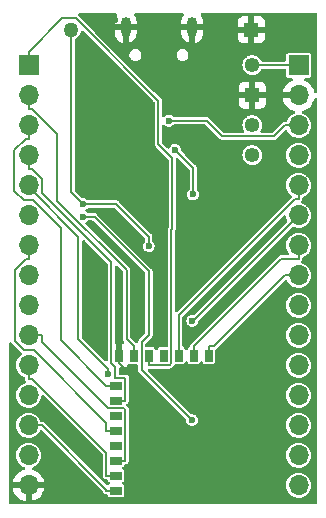
<source format=gbl>
G04 #@! TF.GenerationSoftware,KiCad,Pcbnew,6.0.1-79c1e3a40b~116~ubuntu21.04.1*
G04 #@! TF.CreationDate,2022-03-24T20:17:53+11:00*
G04 #@! TF.ProjectId,833iot,38333369-6f74-42e6-9b69-6361645f7063,rev?*
G04 #@! TF.SameCoordinates,Original*
G04 #@! TF.FileFunction,Copper,L2,Bot*
G04 #@! TF.FilePolarity,Positive*
%FSLAX46Y46*%
G04 Gerber Fmt 4.6, Leading zero omitted, Abs format (unit mm)*
G04 Created by KiCad (PCBNEW 6.0.1-79c1e3a40b~116~ubuntu21.04.1) date 2022-03-24 20:17:53*
%MOMM*%
%LPD*%
G01*
G04 APERTURE LIST*
G04 #@! TA.AperFunction,ComponentPad*
%ADD10O,0.850000X1.700000*%
G04 #@! TD*
G04 #@! TA.AperFunction,ComponentPad*
%ADD11R,1.700000X1.700000*%
G04 #@! TD*
G04 #@! TA.AperFunction,ComponentPad*
%ADD12O,1.700000X1.700000*%
G04 #@! TD*
G04 #@! TA.AperFunction,ComponentPad*
%ADD13R,0.650000X1.000000*%
G04 #@! TD*
G04 #@! TA.AperFunction,ComponentPad*
%ADD14R,1.000000X0.650000*%
G04 #@! TD*
G04 #@! TA.AperFunction,ComponentPad*
%ADD15O,1.270000X1.270000*%
G04 #@! TD*
G04 #@! TA.AperFunction,ComponentPad*
%ADD16R,1.270000X1.270000*%
G04 #@! TD*
G04 #@! TA.AperFunction,ComponentPad*
%ADD17C,1.270000*%
G04 #@! TD*
G04 #@! TA.AperFunction,ViaPad*
%ADD18C,0.600000*%
G04 #@! TD*
G04 #@! TA.AperFunction,Conductor*
%ADD19C,0.200000*%
G04 #@! TD*
G04 APERTURE END LIST*
D10*
X30027500Y-23002800D03*
X24377500Y-23002800D03*
D11*
X39022500Y-26222800D03*
D12*
X39022500Y-28762800D03*
X39022500Y-31302800D03*
X39022500Y-33842800D03*
X39022500Y-36382800D03*
X39022500Y-38922800D03*
X39022500Y-41462800D03*
X39022500Y-44002800D03*
X39022500Y-46542800D03*
X39022500Y-49082800D03*
X39022500Y-51622800D03*
X39022500Y-54162800D03*
X39022500Y-56702800D03*
X39022500Y-59242800D03*
X39022500Y-61782800D03*
D13*
X31435500Y-50794800D03*
X30165500Y-50794800D03*
X28895500Y-50794800D03*
X27625500Y-50794800D03*
X26355500Y-50794800D03*
X25085500Y-50794800D03*
X23815500Y-50794800D03*
D14*
X23561500Y-53334800D03*
X23561500Y-54604800D03*
X23561500Y-55874800D03*
X23561500Y-57144800D03*
X23561500Y-58414800D03*
X23561500Y-59684800D03*
X23561500Y-60954800D03*
X23561500Y-62224800D03*
D15*
X35102500Y-26202800D03*
D16*
X35102500Y-28742800D03*
D15*
X35102500Y-31282800D03*
X35102500Y-33822800D03*
D17*
X19782500Y-23202800D03*
D16*
X35022500Y-23202800D03*
D11*
X16162500Y-26222800D03*
D12*
X16162500Y-28762800D03*
X16162500Y-31302800D03*
X16162500Y-33842800D03*
X16162500Y-36382800D03*
X16162500Y-38922800D03*
X16162500Y-41462800D03*
X16162500Y-44002800D03*
X16162500Y-46542800D03*
X16162500Y-49082800D03*
X16162500Y-51622800D03*
X16162500Y-54162800D03*
X16162500Y-56702800D03*
X16162500Y-59242800D03*
X16162500Y-61782800D03*
D18*
X25602533Y-53502775D03*
X25202533Y-52702775D03*
X40202533Y-30202775D03*
X23502533Y-22402775D03*
X25102533Y-43302775D03*
X21922900Y-44996400D03*
X22302533Y-22902775D03*
X23856657Y-50003498D03*
X20802533Y-24402775D03*
X27682600Y-39871000D03*
X32692900Y-57424500D03*
X27426013Y-41297530D03*
X21782800Y-34119500D03*
X29602500Y-30272800D03*
X27202533Y-43502775D03*
X31169200Y-31911100D03*
X24236400Y-36285000D03*
X25448600Y-44535000D03*
X25581300Y-33403700D03*
X26326444Y-41526686D03*
X20788900Y-37965500D03*
X28575300Y-33384700D03*
X30091000Y-37147800D03*
X29991500Y-56250000D03*
X20790600Y-39048800D03*
X28025200Y-30918600D03*
X30033700Y-47842600D03*
X22883300Y-52390015D03*
D19*
X23815500Y-51415742D02*
X25102533Y-52702775D01*
X25102533Y-52702775D02*
X25202533Y-52702775D01*
X23815500Y-50794800D02*
X23815500Y-51415742D01*
X27202533Y-41521010D02*
X27426013Y-41297530D01*
X25102533Y-43302775D02*
X25102533Y-44188933D01*
X23502533Y-22402775D02*
X22802533Y-22402775D01*
X27202533Y-43502775D02*
X27202533Y-41521010D01*
X25102533Y-44188933D02*
X25448600Y-44535000D01*
X22802533Y-22402775D02*
X22302533Y-22902775D01*
X39022500Y-28762800D02*
X39062558Y-28762800D01*
X19782500Y-36959100D02*
X20788900Y-37965500D01*
X19782500Y-23202800D02*
X19782500Y-36959100D01*
X26326444Y-41526686D02*
X26326444Y-40717744D01*
X23574200Y-37965500D02*
X20788900Y-37965500D01*
X26326444Y-40717744D02*
X23574200Y-37965500D01*
X28575300Y-33384700D02*
X30091000Y-34900400D01*
X30091000Y-34900400D02*
X30091000Y-37147800D01*
X35102500Y-26202800D02*
X37852200Y-26202800D01*
X39022500Y-26222800D02*
X37872200Y-26222800D01*
X37852200Y-26202800D02*
X37872200Y-26222800D01*
X29991500Y-56250000D02*
X25730100Y-51988600D01*
X26360400Y-43660642D02*
X21748558Y-39048800D01*
X26360400Y-49048200D02*
X26360400Y-43660642D01*
X25730100Y-51988600D02*
X25730100Y-49678500D01*
X25730100Y-49678500D02*
X26360400Y-49048200D01*
X21748558Y-39048800D02*
X20790600Y-39048800D01*
X32558000Y-32227200D02*
X31249400Y-30918600D01*
X37872200Y-31302800D02*
X36947800Y-32227200D01*
X36947800Y-32227200D02*
X32558000Y-32227200D01*
X31249400Y-30918600D02*
X28025200Y-30918600D01*
X39022500Y-31302800D02*
X37872200Y-31302800D01*
X38734900Y-37533100D02*
X28895500Y-47372500D01*
X39022500Y-37533100D02*
X38734900Y-37533100D01*
X39022500Y-36382800D02*
X39022500Y-37533100D01*
X28895500Y-47372500D02*
X28895500Y-49994500D01*
X28895500Y-50794800D02*
X28895500Y-49994500D01*
X30102700Y-47842600D02*
X30033700Y-47842600D01*
X39022500Y-38922800D02*
X30102700Y-47842600D01*
X39022500Y-41462800D02*
X39022500Y-42613100D01*
X37546900Y-42613100D02*
X30165500Y-49994500D01*
X39022500Y-42613100D02*
X37546900Y-42613100D01*
X30165500Y-50794800D02*
X30165500Y-49994500D01*
X37872200Y-44002800D02*
X31880500Y-49994500D01*
X39022500Y-44002800D02*
X37872200Y-44002800D01*
X31435500Y-50794800D02*
X31435500Y-49994500D01*
X31880500Y-49994500D02*
X31435500Y-49994500D01*
X28100600Y-51595100D02*
X28250800Y-51444900D01*
X16162500Y-26222800D02*
X16162500Y-25072500D01*
X20182900Y-22256400D02*
X18978600Y-22256400D01*
X26355500Y-50794800D02*
X26355500Y-51595100D01*
X27143800Y-29217300D02*
X20182900Y-22256400D01*
X28250800Y-51444900D02*
X28250800Y-40151800D01*
X28316200Y-40086400D02*
X28316200Y-34069300D01*
X26355500Y-51595100D02*
X28100600Y-51595100D01*
X18978600Y-22256400D02*
X16162500Y-25072500D01*
X28250800Y-40151800D02*
X28316200Y-40086400D01*
X28316200Y-34069300D02*
X27143800Y-32896900D01*
X27143800Y-32896900D02*
X27143800Y-29217300D01*
X24460200Y-49369200D02*
X25085500Y-49994500D01*
X16162500Y-29913100D02*
X16450100Y-29913100D01*
X24460200Y-43567300D02*
X24460200Y-49369200D01*
X18569200Y-32032200D02*
X18569200Y-37676300D01*
X25085500Y-50794800D02*
X25085500Y-49994500D01*
X16162500Y-28762800D02*
X16162500Y-29913100D01*
X16450100Y-29913100D02*
X18569200Y-32032200D01*
X18569200Y-37676300D02*
X24460200Y-43567300D01*
X15924100Y-32453100D02*
X16162500Y-32453100D01*
X22761200Y-53334800D02*
X18895900Y-49469500D01*
X14963500Y-36827000D02*
X14963500Y-33413700D01*
X23561500Y-53334800D02*
X22761200Y-53334800D01*
X18895900Y-49469500D02*
X18895900Y-39982000D01*
X18895900Y-39982000D02*
X16566700Y-37652800D01*
X16162500Y-31302800D02*
X16162500Y-32453100D01*
X15789300Y-37652800D02*
X14963500Y-36827000D01*
X14963500Y-33413700D02*
X15924100Y-32453100D01*
X16566700Y-37652800D02*
X15789300Y-37652800D01*
X16162500Y-34993100D02*
X16162500Y-33842800D01*
X24361800Y-54604800D02*
X24361800Y-52711078D01*
X23482811Y-52683053D02*
X23482811Y-51739411D01*
X23161700Y-42886300D02*
X17312800Y-37037400D01*
X16450200Y-34993100D02*
X16162500Y-34993100D01*
X24361800Y-52711078D02*
X24361011Y-52710289D01*
X23161700Y-51418300D02*
X23161700Y-42886300D01*
X23561500Y-54604800D02*
X24361800Y-54604800D01*
X24361011Y-52710289D02*
X23510047Y-52710289D01*
X17312800Y-37037400D02*
X17312800Y-35855700D01*
X17312800Y-35855700D02*
X16450200Y-34993100D01*
X23510047Y-52710289D02*
X23482811Y-52683053D01*
X23482811Y-51739411D02*
X23161700Y-51418300D01*
X20390600Y-49431600D02*
X20390600Y-40730600D01*
X22883300Y-51924300D02*
X20390600Y-49431600D01*
X16162500Y-36502500D02*
X16162500Y-36382800D01*
X22883300Y-52390015D02*
X22883300Y-51924300D01*
X20390600Y-40730600D02*
X16162500Y-36502500D01*
X22761200Y-57144800D02*
X22761200Y-56519500D01*
X22761200Y-56519500D02*
X16594500Y-50352800D01*
X15012100Y-43525100D02*
X15924100Y-42613100D01*
X15012100Y-49588000D02*
X15012100Y-43525100D01*
X16162500Y-41462800D02*
X16162500Y-42613100D01*
X15924100Y-42613100D02*
X16162500Y-42613100D01*
X23561500Y-57144800D02*
X22761200Y-57144800D01*
X16594500Y-50352800D02*
X15776900Y-50352800D01*
X15776900Y-50352800D02*
X15012100Y-49588000D01*
X17312800Y-49658000D02*
X22885000Y-55230200D01*
X22885000Y-55230200D02*
X24211000Y-55230200D01*
X23561500Y-59684800D02*
X24361800Y-59684800D01*
X16162500Y-49082800D02*
X17312800Y-49082800D01*
X24211000Y-55230200D02*
X24361800Y-55381000D01*
X24361800Y-55381000D02*
X24361800Y-59684800D01*
X17312800Y-49082800D02*
X17312800Y-49658000D01*
X16162500Y-51622800D02*
X16162500Y-52773100D01*
X23561500Y-60954800D02*
X22761200Y-60954800D01*
X16162500Y-52773100D02*
X16450200Y-52773100D01*
X22761200Y-59084100D02*
X22761200Y-60954800D01*
X16450200Y-52773100D02*
X22761200Y-59084100D01*
X23561500Y-62224800D02*
X22761200Y-62224800D01*
X17312800Y-56702800D02*
X22761200Y-62151200D01*
X16162500Y-56702800D02*
X17312800Y-56702800D01*
X22761200Y-62151200D02*
X22761200Y-62224800D01*
G04 #@! TA.AperFunction,Conductor*
G36*
X40520416Y-28961904D02*
G01*
X40577306Y-29004379D01*
X40602200Y-29070867D01*
X40602533Y-29080015D01*
X40602533Y-63276775D01*
X40582531Y-63344896D01*
X40528875Y-63391389D01*
X40476533Y-63402775D01*
X14628533Y-63402775D01*
X14560412Y-63382773D01*
X14513919Y-63329117D01*
X14502533Y-63276775D01*
X14502533Y-62050766D01*
X14830757Y-62050766D01*
X14861065Y-62185246D01*
X14864145Y-62195075D01*
X14944270Y-62392403D01*
X14948913Y-62401594D01*
X15060194Y-62583188D01*
X15066277Y-62591499D01*
X15205713Y-62752467D01*
X15213080Y-62759683D01*
X15376934Y-62895716D01*
X15385381Y-62901631D01*
X15569256Y-63009079D01*
X15578542Y-63013529D01*
X15777501Y-63089503D01*
X15787399Y-63092379D01*
X15890750Y-63113406D01*
X15904799Y-63112210D01*
X15908500Y-63101865D01*
X15908500Y-63101317D01*
X16416500Y-63101317D01*
X16420564Y-63115159D01*
X16433978Y-63117193D01*
X16440684Y-63116334D01*
X16450762Y-63114192D01*
X16654755Y-63052991D01*
X16664342Y-63049233D01*
X16855595Y-62955539D01*
X16864445Y-62950264D01*
X17037828Y-62826592D01*
X17045700Y-62819939D01*
X17196552Y-62669612D01*
X17203230Y-62661765D01*
X17327503Y-62488820D01*
X17332813Y-62479983D01*
X17427170Y-62289067D01*
X17430969Y-62279472D01*
X17492877Y-62075710D01*
X17495055Y-62065637D01*
X17496486Y-62054762D01*
X17494275Y-62040578D01*
X17481117Y-62036800D01*
X16434615Y-62036800D01*
X16419376Y-62041275D01*
X16418171Y-62042665D01*
X16416500Y-62050348D01*
X16416500Y-63101317D01*
X15908500Y-63101317D01*
X15908500Y-62054915D01*
X15904025Y-62039676D01*
X15902635Y-62038471D01*
X15894952Y-62036800D01*
X14845725Y-62036800D01*
X14832194Y-62040773D01*
X14830757Y-62050766D01*
X14502533Y-62050766D01*
X14502533Y-61516983D01*
X14826889Y-61516983D01*
X14828412Y-61525407D01*
X14840792Y-61528800D01*
X17480844Y-61528800D01*
X17494375Y-61524827D01*
X17495680Y-61515747D01*
X17453714Y-61348675D01*
X17450394Y-61338924D01*
X17365472Y-61143614D01*
X17360605Y-61134539D01*
X17244926Y-60955726D01*
X17238636Y-60947557D01*
X17095306Y-60790040D01*
X17087773Y-60783015D01*
X16920639Y-60651022D01*
X16912052Y-60645317D01*
X16725617Y-60542399D01*
X16716205Y-60538169D01*
X16524531Y-60470293D01*
X16466995Y-60428699D01*
X16441079Y-60362601D01*
X16455013Y-60292985D01*
X16504372Y-60241954D01*
X16532706Y-60230162D01*
X16538290Y-60228603D01*
X16538299Y-60228600D01*
X16544225Y-60226945D01*
X16549714Y-60224172D01*
X16549720Y-60224170D01*
X16722616Y-60136833D01*
X16728110Y-60134058D01*
X16890451Y-60007224D01*
X16908479Y-59986339D01*
X17021040Y-59855934D01*
X17021040Y-59855933D01*
X17025064Y-59851272D01*
X17034606Y-59834476D01*
X17123776Y-59677507D01*
X17126823Y-59672144D01*
X17191851Y-59476663D01*
X17217671Y-59272274D01*
X17218083Y-59242800D01*
X17197980Y-59037770D01*
X17138435Y-58840549D01*
X17041718Y-58658649D01*
X16930971Y-58522860D01*
X16915406Y-58503775D01*
X16915403Y-58503772D01*
X16911511Y-58499000D01*
X16858009Y-58454739D01*
X16757525Y-58371611D01*
X16757521Y-58371609D01*
X16752775Y-58367682D01*
X16571555Y-58269697D01*
X16374754Y-58208777D01*
X16368629Y-58208133D01*
X16368628Y-58208133D01*
X16175998Y-58187887D01*
X16175996Y-58187887D01*
X16169869Y-58187243D01*
X16083029Y-58195146D01*
X15970842Y-58205355D01*
X15970839Y-58205356D01*
X15964703Y-58205914D01*
X15767072Y-58264080D01*
X15584502Y-58359526D01*
X15579701Y-58363386D01*
X15579698Y-58363388D01*
X15569471Y-58371611D01*
X15423947Y-58488615D01*
X15291524Y-58646430D01*
X15288556Y-58651828D01*
X15288553Y-58651833D01*
X15281815Y-58664090D01*
X15192276Y-58826962D01*
X15129984Y-59023332D01*
X15129298Y-59029449D01*
X15129297Y-59029453D01*
X15117530Y-59134365D01*
X15107020Y-59228062D01*
X15124259Y-59433353D01*
X15181044Y-59631386D01*
X15183859Y-59636863D01*
X15183860Y-59636866D01*
X15255769Y-59776786D01*
X15275212Y-59814618D01*
X15403177Y-59976070D01*
X15407870Y-59980064D01*
X15407871Y-59980065D01*
X15508939Y-60066080D01*
X15560064Y-60109591D01*
X15739898Y-60210097D01*
X15804937Y-60231229D01*
X15863542Y-60271302D01*
X15891180Y-60336698D01*
X15879074Y-60406655D01*
X15831068Y-60458962D01*
X15805146Y-60470827D01*
X15639368Y-60525012D01*
X15629859Y-60529009D01*
X15440963Y-60627342D01*
X15432238Y-60632836D01*
X15261933Y-60760705D01*
X15254226Y-60767548D01*
X15107090Y-60921517D01*
X15100604Y-60929527D01*
X14980598Y-61105449D01*
X14975500Y-61114423D01*
X14885838Y-61307583D01*
X14882275Y-61317270D01*
X14826889Y-61516983D01*
X14502533Y-61516983D01*
X14502533Y-49778610D01*
X14522535Y-49710489D01*
X14576191Y-49663996D01*
X14646465Y-49653892D01*
X14711045Y-49683386D01*
X14735797Y-49712501D01*
X14739829Y-49719043D01*
X14748331Y-49735411D01*
X14754551Y-49749888D01*
X14754553Y-49749892D01*
X14758064Y-49758063D01*
X14762078Y-49762949D01*
X14764263Y-49765134D01*
X14766315Y-49767397D01*
X14766155Y-49767542D01*
X14773275Y-49776549D01*
X14779527Y-49783444D01*
X14785632Y-49793348D01*
X14807420Y-49809916D01*
X14820239Y-49821110D01*
X15527381Y-50528252D01*
X15529137Y-50530286D01*
X15531475Y-50535069D01*
X15567243Y-50568249D01*
X15603582Y-50629239D01*
X15601178Y-50700195D01*
X15560505Y-50758820D01*
X15423947Y-50868615D01*
X15291524Y-51026430D01*
X15288556Y-51031828D01*
X15288553Y-51031833D01*
X15210925Y-51173039D01*
X15192276Y-51206962D01*
X15129984Y-51403332D01*
X15129298Y-51409449D01*
X15129297Y-51409453D01*
X15114513Y-51541262D01*
X15107020Y-51608062D01*
X15107536Y-51614206D01*
X15123342Y-51802429D01*
X15124259Y-51813353D01*
X15125958Y-51819278D01*
X15175582Y-51992336D01*
X15181044Y-52011386D01*
X15183859Y-52016863D01*
X15183860Y-52016866D01*
X15266234Y-52177149D01*
X15275212Y-52194618D01*
X15403177Y-52356070D01*
X15407870Y-52360064D01*
X15407871Y-52360065D01*
X15507737Y-52445057D01*
X15560064Y-52489591D01*
X15565442Y-52492597D01*
X15565444Y-52492598D01*
X15625199Y-52525994D01*
X15739898Y-52590097D01*
X15745761Y-52592002D01*
X15774879Y-52601463D01*
X15833485Y-52641536D01*
X15861123Y-52706932D01*
X15861335Y-52732628D01*
X15858254Y-52743268D01*
X15860002Y-52763453D01*
X15861530Y-52781094D01*
X15862000Y-52791966D01*
X15862000Y-52801048D01*
X15863062Y-52806749D01*
X15863062Y-52806751D01*
X15863224Y-52807621D01*
X15864884Y-52819820D01*
X15867913Y-52854796D01*
X15873020Y-52865245D01*
X15873932Y-52868533D01*
X15875161Y-52871717D01*
X15877291Y-52883153D01*
X15895442Y-52912599D01*
X15895721Y-52913052D01*
X15901660Y-52923834D01*
X15917075Y-52955369D01*
X15924412Y-52962175D01*
X15948603Y-53027801D01*
X15933245Y-53097116D01*
X15882850Y-53147126D01*
X15858466Y-53157180D01*
X15772991Y-53182337D01*
X15772982Y-53182340D01*
X15767072Y-53184080D01*
X15584502Y-53279526D01*
X15579701Y-53283386D01*
X15579698Y-53283388D01*
X15569471Y-53291611D01*
X15423947Y-53408615D01*
X15291524Y-53566430D01*
X15288556Y-53571828D01*
X15288553Y-53571833D01*
X15239102Y-53661785D01*
X15192276Y-53746962D01*
X15129984Y-53943332D01*
X15129298Y-53949449D01*
X15129297Y-53949453D01*
X15114733Y-54079300D01*
X15107020Y-54148062D01*
X15124259Y-54353353D01*
X15125958Y-54359278D01*
X15179259Y-54545160D01*
X15181044Y-54551386D01*
X15183859Y-54556863D01*
X15183860Y-54556866D01*
X15255769Y-54696786D01*
X15275212Y-54734618D01*
X15403177Y-54896070D01*
X15407870Y-54900064D01*
X15407871Y-54900065D01*
X15482350Y-54963451D01*
X15560064Y-55029591D01*
X15565442Y-55032597D01*
X15565444Y-55032598D01*
X15597063Y-55050269D01*
X15739898Y-55130097D01*
X15813239Y-55153927D01*
X15929971Y-55191856D01*
X15929975Y-55191857D01*
X15935829Y-55193759D01*
X16140394Y-55218151D01*
X16146529Y-55217679D01*
X16146531Y-55217679D01*
X16202539Y-55213369D01*
X16345800Y-55202346D01*
X16351730Y-55200690D01*
X16351732Y-55200690D01*
X16538297Y-55148600D01*
X16538296Y-55148600D01*
X16544225Y-55146945D01*
X16549714Y-55144172D01*
X16549720Y-55144170D01*
X16682452Y-55077122D01*
X16728110Y-55054058D01*
X16735953Y-55047931D01*
X16885601Y-54931013D01*
X16890451Y-54927224D01*
X16911406Y-54902948D01*
X17021040Y-54775934D01*
X17021040Y-54775933D01*
X17025064Y-54771272D01*
X17034606Y-54754476D01*
X17123776Y-54597507D01*
X17126823Y-54592144D01*
X17191851Y-54396663D01*
X17210866Y-54246141D01*
X17239247Y-54181065D01*
X17298307Y-54141663D01*
X17369293Y-54140446D01*
X17424967Y-54172838D01*
X22423795Y-59171666D01*
X22457821Y-59233978D01*
X22460700Y-59260761D01*
X22460700Y-60902426D01*
X22460135Y-60913983D01*
X22456954Y-60924968D01*
X22457958Y-60936559D01*
X22460230Y-60962794D01*
X22460700Y-60973666D01*
X22460700Y-60982748D01*
X22461762Y-60988449D01*
X22461762Y-60988451D01*
X22461924Y-60989321D01*
X22463584Y-61001520D01*
X22466613Y-61036496D01*
X22471720Y-61046945D01*
X22472632Y-61050233D01*
X22473861Y-61053417D01*
X22475991Y-61064853D01*
X22494142Y-61094299D01*
X22494421Y-61094752D01*
X22500356Y-61105526D01*
X22512918Y-61131225D01*
X22523239Y-61191682D01*
X22590397Y-61206291D01*
X22597846Y-61213201D01*
X22608652Y-61217512D01*
X22611529Y-61219331D01*
X22614579Y-61220865D01*
X22623841Y-61227908D01*
X22657567Y-61237674D01*
X22669208Y-61241671D01*
X22701822Y-61254683D01*
X22708115Y-61255300D01*
X22711197Y-61255300D01*
X22714267Y-61255450D01*
X22714261Y-61255566D01*
X22720383Y-61255865D01*
X22731368Y-61259046D01*
X22742959Y-61258042D01*
X22754534Y-61259177D01*
X22754301Y-61261552D01*
X22808319Y-61272455D01*
X22859270Y-61321897D01*
X22866012Y-61335720D01*
X22870212Y-61345860D01*
X22872633Y-61358031D01*
X22879526Y-61368347D01*
X22879527Y-61368349D01*
X22904673Y-61405982D01*
X22916948Y-61424352D01*
X22983269Y-61468667D01*
X22995440Y-61471088D01*
X23001000Y-61473391D01*
X23056281Y-61517938D01*
X23078703Y-61585301D01*
X23061145Y-61654093D01*
X23009184Y-61702472D01*
X23001000Y-61706209D01*
X22995439Y-61708512D01*
X22983269Y-61710933D01*
X22972954Y-61717825D01*
X22972950Y-61717827D01*
X22926957Y-61748559D01*
X22859204Y-61769774D01*
X22790737Y-61750991D01*
X22767860Y-61732889D01*
X22440953Y-61405982D01*
X22406927Y-61343670D01*
X22409533Y-61307238D01*
X22367409Y-61308345D01*
X22310624Y-61275653D01*
X17562319Y-56527348D01*
X17560563Y-56525314D01*
X17558225Y-56520531D01*
X17533689Y-56497770D01*
X17522323Y-56487227D01*
X17518918Y-56483947D01*
X17505523Y-56470552D01*
X17501553Y-56467828D01*
X17498905Y-56465503D01*
X17484681Y-56452308D01*
X17484678Y-56452306D01*
X17476154Y-56444399D01*
X17465350Y-56440089D01*
X17461361Y-56437567D01*
X17450573Y-56431806D01*
X17446248Y-56429889D01*
X17436654Y-56423308D01*
X17425335Y-56420622D01*
X17425333Y-56420621D01*
X17412673Y-56417617D01*
X17395076Y-56412052D01*
X17380438Y-56406212D01*
X17380435Y-56406211D01*
X17372178Y-56402917D01*
X17365885Y-56402300D01*
X17362806Y-56402300D01*
X17359733Y-56402150D01*
X17359744Y-56401934D01*
X17348369Y-56400602D01*
X17339054Y-56400146D01*
X17327734Y-56397460D01*
X17316205Y-56399029D01*
X17316204Y-56399029D01*
X17300627Y-56401149D01*
X17283636Y-56402300D01*
X17262731Y-56402300D01*
X17194610Y-56382298D01*
X17148117Y-56328642D01*
X17142108Y-56312715D01*
X17140215Y-56306445D01*
X17138435Y-56300549D01*
X17041718Y-56118649D01*
X16933325Y-55985746D01*
X16915406Y-55963775D01*
X16915403Y-55963772D01*
X16911511Y-55959000D01*
X16894286Y-55944750D01*
X16757525Y-55831611D01*
X16757521Y-55831609D01*
X16752775Y-55827682D01*
X16571555Y-55729697D01*
X16374754Y-55668777D01*
X16368629Y-55668133D01*
X16368628Y-55668133D01*
X16175998Y-55647887D01*
X16175996Y-55647887D01*
X16169869Y-55647243D01*
X16083029Y-55655146D01*
X15970842Y-55665355D01*
X15970839Y-55665356D01*
X15964703Y-55665914D01*
X15767072Y-55724080D01*
X15584502Y-55819526D01*
X15579701Y-55823386D01*
X15579698Y-55823388D01*
X15514557Y-55875763D01*
X15423947Y-55948615D01*
X15291524Y-56106430D01*
X15288556Y-56111828D01*
X15288553Y-56111833D01*
X15212596Y-56250000D01*
X15192276Y-56286962D01*
X15129984Y-56483332D01*
X15129298Y-56489449D01*
X15129297Y-56489453D01*
X15109116Y-56669378D01*
X15107020Y-56688062D01*
X15124259Y-56893353D01*
X15181044Y-57091386D01*
X15183859Y-57096863D01*
X15183860Y-57096866D01*
X15272397Y-57269141D01*
X15275212Y-57274618D01*
X15403177Y-57436070D01*
X15407870Y-57440064D01*
X15407871Y-57440065D01*
X15546855Y-57558349D01*
X15560064Y-57569591D01*
X15739898Y-57670097D01*
X15834738Y-57700913D01*
X15929971Y-57731856D01*
X15929975Y-57731857D01*
X15935829Y-57733759D01*
X16140394Y-57758151D01*
X16146529Y-57757679D01*
X16146531Y-57757679D01*
X16202539Y-57753369D01*
X16345800Y-57742346D01*
X16351730Y-57740690D01*
X16351732Y-57740690D01*
X16538297Y-57688600D01*
X16538296Y-57688600D01*
X16544225Y-57686945D01*
X16549714Y-57684172D01*
X16549720Y-57684170D01*
X16722616Y-57596833D01*
X16728110Y-57594058D01*
X16890451Y-57467224D01*
X16894568Y-57462455D01*
X17021040Y-57315934D01*
X17021040Y-57315933D01*
X17025064Y-57311272D01*
X17028108Y-57305914D01*
X17114086Y-57154566D01*
X17165125Y-57105215D01*
X17234743Y-57091293D01*
X17300837Y-57117219D01*
X17312737Y-57127708D01*
X22436653Y-62251624D01*
X22466257Y-62302388D01*
X22466613Y-62306496D01*
X22471720Y-62316945D01*
X22472630Y-62320226D01*
X22473860Y-62323414D01*
X22475991Y-62334853D01*
X22494142Y-62364299D01*
X22494421Y-62364752D01*
X22500360Y-62375534D01*
X22515775Y-62407069D01*
X22524301Y-62414978D01*
X22526334Y-62417716D01*
X22528628Y-62420246D01*
X22534732Y-62430148D01*
X22543988Y-62437187D01*
X22543993Y-62437192D01*
X22562687Y-62451407D01*
X22572108Y-62459326D01*
X22597846Y-62483201D01*
X22608647Y-62487510D01*
X22611524Y-62489329D01*
X22614581Y-62490866D01*
X22623841Y-62497908D01*
X22657567Y-62507674D01*
X22669208Y-62511671D01*
X22701822Y-62524683D01*
X22708115Y-62525300D01*
X22711197Y-62525300D01*
X22714267Y-62525450D01*
X22714261Y-62525566D01*
X22720383Y-62525865D01*
X22731368Y-62529046D01*
X22742959Y-62528042D01*
X22754534Y-62529177D01*
X22754301Y-62531552D01*
X22808319Y-62542455D01*
X22859270Y-62591897D01*
X22866012Y-62605720D01*
X22870212Y-62615860D01*
X22872633Y-62628031D01*
X22916948Y-62694352D01*
X22983269Y-62738667D01*
X22995438Y-62741088D01*
X22995439Y-62741088D01*
X23025614Y-62747090D01*
X23041752Y-62750300D01*
X24081248Y-62750300D01*
X24097386Y-62747090D01*
X24127561Y-62741088D01*
X24127562Y-62741088D01*
X24139731Y-62738667D01*
X24206052Y-62694352D01*
X24250367Y-62628031D01*
X24262000Y-62569548D01*
X24262000Y-61880052D01*
X24250367Y-61821569D01*
X24214614Y-61768062D01*
X37967020Y-61768062D01*
X37984259Y-61973353D01*
X37985958Y-61979278D01*
X38007647Y-62054915D01*
X38041044Y-62171386D01*
X38043859Y-62176863D01*
X38043860Y-62176866D01*
X38132397Y-62349141D01*
X38135212Y-62354618D01*
X38263177Y-62516070D01*
X38267870Y-62520064D01*
X38267871Y-62520065D01*
X38406855Y-62638349D01*
X38420064Y-62649591D01*
X38425442Y-62652597D01*
X38425444Y-62652598D01*
X38455887Y-62669612D01*
X38599898Y-62750097D01*
X38694738Y-62780913D01*
X38789971Y-62811856D01*
X38789975Y-62811857D01*
X38795829Y-62813759D01*
X39000394Y-62838151D01*
X39006529Y-62837679D01*
X39006531Y-62837679D01*
X39062539Y-62833369D01*
X39205800Y-62822346D01*
X39211730Y-62820690D01*
X39211732Y-62820690D01*
X39398297Y-62768600D01*
X39398296Y-62768600D01*
X39404225Y-62766945D01*
X39409714Y-62764172D01*
X39409720Y-62764170D01*
X39582616Y-62676833D01*
X39588110Y-62674058D01*
X39603845Y-62661765D01*
X39745601Y-62551013D01*
X39750451Y-62547224D01*
X39754568Y-62542455D01*
X39881040Y-62395934D01*
X39881040Y-62395933D01*
X39885064Y-62391272D01*
X39894005Y-62375534D01*
X39932909Y-62307050D01*
X39986823Y-62212144D01*
X40051851Y-62016663D01*
X40077671Y-61812274D01*
X40078083Y-61782800D01*
X40057980Y-61577770D01*
X39998435Y-61380549D01*
X39901718Y-61198649D01*
X39821255Y-61099992D01*
X39775406Y-61043775D01*
X39775403Y-61043772D01*
X39771511Y-61039000D01*
X39718779Y-60995376D01*
X39617525Y-60911611D01*
X39617521Y-60911609D01*
X39612775Y-60907682D01*
X39431555Y-60809697D01*
X39234754Y-60748777D01*
X39228629Y-60748133D01*
X39228628Y-60748133D01*
X39035998Y-60727887D01*
X39035996Y-60727887D01*
X39029869Y-60727243D01*
X38943029Y-60735146D01*
X38830842Y-60745355D01*
X38830839Y-60745356D01*
X38824703Y-60745914D01*
X38627072Y-60804080D01*
X38444502Y-60899526D01*
X38439701Y-60903386D01*
X38439698Y-60903388D01*
X38288754Y-61024750D01*
X38283947Y-61028615D01*
X38151524Y-61186430D01*
X38148556Y-61191828D01*
X38148553Y-61191833D01*
X38069451Y-61335720D01*
X38052276Y-61366962D01*
X37989984Y-61563332D01*
X37989298Y-61569449D01*
X37989297Y-61569453D01*
X37974733Y-61699300D01*
X37967020Y-61768062D01*
X24214614Y-61768062D01*
X24206052Y-61755248D01*
X24139731Y-61710933D01*
X24127560Y-61708512D01*
X24122000Y-61706209D01*
X24066719Y-61661662D01*
X24044297Y-61594299D01*
X24061855Y-61525507D01*
X24113816Y-61477128D01*
X24122000Y-61473391D01*
X24127560Y-61471088D01*
X24139731Y-61468667D01*
X24206052Y-61424352D01*
X24250367Y-61358031D01*
X24262000Y-61299548D01*
X24262000Y-60610052D01*
X24250367Y-60551569D01*
X24206052Y-60485248D01*
X24139731Y-60440933D01*
X24127560Y-60438512D01*
X24122000Y-60436209D01*
X24066719Y-60391662D01*
X24044297Y-60324299D01*
X24061855Y-60255507D01*
X24113816Y-60207128D01*
X24122000Y-60203391D01*
X24127560Y-60201088D01*
X24139731Y-60198667D01*
X24206052Y-60154352D01*
X24250367Y-60088031D01*
X24252788Y-60075861D01*
X24257537Y-60064395D01*
X24261605Y-60066080D01*
X24283446Y-60024354D01*
X24345150Y-59989238D01*
X24363226Y-59986339D01*
X24369798Y-59985770D01*
X24380666Y-59985300D01*
X24389748Y-59985300D01*
X24395449Y-59984238D01*
X24395451Y-59984238D01*
X24396321Y-59984076D01*
X24408520Y-59982416D01*
X24431905Y-59980391D01*
X24431906Y-59980391D01*
X24443496Y-59979387D01*
X24453945Y-59974280D01*
X24457233Y-59973368D01*
X24460417Y-59972139D01*
X24471853Y-59970009D01*
X24501752Y-59951579D01*
X24512534Y-59945640D01*
X24533619Y-59935333D01*
X24544069Y-59930225D01*
X24551978Y-59921699D01*
X24554716Y-59919666D01*
X24557246Y-59917372D01*
X24567148Y-59911268D01*
X24574187Y-59902012D01*
X24574192Y-59902007D01*
X24588407Y-59883313D01*
X24596326Y-59873892D01*
X24612290Y-59856682D01*
X24620201Y-59848154D01*
X24624510Y-59837353D01*
X24626329Y-59834476D01*
X24627866Y-59831419D01*
X24634908Y-59822159D01*
X24644674Y-59788432D01*
X24648673Y-59776786D01*
X24658385Y-59752443D01*
X24661683Y-59744178D01*
X24662300Y-59737885D01*
X24662300Y-59734803D01*
X24662450Y-59731733D01*
X24662566Y-59731739D01*
X24662865Y-59725617D01*
X24666046Y-59714632D01*
X24662770Y-59676806D01*
X24662300Y-59665934D01*
X24662300Y-59228062D01*
X37967020Y-59228062D01*
X37984259Y-59433353D01*
X38041044Y-59631386D01*
X38043859Y-59636863D01*
X38043860Y-59636866D01*
X38115769Y-59776786D01*
X38135212Y-59814618D01*
X38263177Y-59976070D01*
X38267870Y-59980064D01*
X38267871Y-59980065D01*
X38368939Y-60066080D01*
X38420064Y-60109591D01*
X38599898Y-60210097D01*
X38694738Y-60240913D01*
X38789971Y-60271856D01*
X38789975Y-60271857D01*
X38795829Y-60273759D01*
X39000394Y-60298151D01*
X39006529Y-60297679D01*
X39006531Y-60297679D01*
X39062539Y-60293369D01*
X39205800Y-60282346D01*
X39211730Y-60280690D01*
X39211732Y-60280690D01*
X39335604Y-60246104D01*
X39404225Y-60226945D01*
X39409714Y-60224172D01*
X39409720Y-60224170D01*
X39582616Y-60136833D01*
X39588110Y-60134058D01*
X39750451Y-60007224D01*
X39768479Y-59986339D01*
X39881040Y-59855934D01*
X39881040Y-59855933D01*
X39885064Y-59851272D01*
X39894606Y-59834476D01*
X39983776Y-59677507D01*
X39986823Y-59672144D01*
X40051851Y-59476663D01*
X40077671Y-59272274D01*
X40078083Y-59242800D01*
X40057980Y-59037770D01*
X39998435Y-58840549D01*
X39901718Y-58658649D01*
X39790971Y-58522860D01*
X39775406Y-58503775D01*
X39775403Y-58503772D01*
X39771511Y-58499000D01*
X39718009Y-58454739D01*
X39617525Y-58371611D01*
X39617521Y-58371609D01*
X39612775Y-58367682D01*
X39431555Y-58269697D01*
X39234754Y-58208777D01*
X39228629Y-58208133D01*
X39228628Y-58208133D01*
X39035998Y-58187887D01*
X39035996Y-58187887D01*
X39029869Y-58187243D01*
X38943029Y-58195146D01*
X38830842Y-58205355D01*
X38830839Y-58205356D01*
X38824703Y-58205914D01*
X38627072Y-58264080D01*
X38444502Y-58359526D01*
X38439701Y-58363386D01*
X38439698Y-58363388D01*
X38429471Y-58371611D01*
X38283947Y-58488615D01*
X38151524Y-58646430D01*
X38148556Y-58651828D01*
X38148553Y-58651833D01*
X38141815Y-58664090D01*
X38052276Y-58826962D01*
X37989984Y-59023332D01*
X37989298Y-59029449D01*
X37989297Y-59029453D01*
X37977530Y-59134365D01*
X37967020Y-59228062D01*
X24662300Y-59228062D01*
X24662300Y-55433366D01*
X24662496Y-55430693D01*
X24664225Y-55425658D01*
X24662389Y-55376744D01*
X24662300Y-55372018D01*
X24662300Y-55353052D01*
X24661419Y-55348317D01*
X24661190Y-55344790D01*
X24660462Y-55325415D01*
X24660026Y-55313791D01*
X24655434Y-55303104D01*
X24654395Y-55298492D01*
X24650843Y-55286800D01*
X24649139Y-55282383D01*
X24647009Y-55270947D01*
X24634072Y-55249959D01*
X24625569Y-55233589D01*
X24619349Y-55219112D01*
X24619347Y-55219108D01*
X24615836Y-55210937D01*
X24611822Y-55206051D01*
X24609637Y-55203866D01*
X24607585Y-55201603D01*
X24607745Y-55201458D01*
X24600625Y-55192451D01*
X24594373Y-55185556D01*
X24588268Y-55175652D01*
X24566480Y-55159084D01*
X24553661Y-55147890D01*
X24475638Y-55069867D01*
X24441612Y-55007555D01*
X24446677Y-54936740D01*
X24489224Y-54879904D01*
X24498603Y-54873521D01*
X24501738Y-54871588D01*
X24512534Y-54865640D01*
X24533619Y-54855333D01*
X24544069Y-54850225D01*
X24551978Y-54841699D01*
X24554716Y-54839666D01*
X24557246Y-54837372D01*
X24567148Y-54831268D01*
X24574187Y-54822012D01*
X24574192Y-54822007D01*
X24588407Y-54803313D01*
X24596326Y-54793892D01*
X24612290Y-54776682D01*
X24620201Y-54768154D01*
X24624510Y-54757353D01*
X24626329Y-54754476D01*
X24627866Y-54751419D01*
X24634908Y-54742159D01*
X24644674Y-54708432D01*
X24648673Y-54696786D01*
X24658385Y-54672443D01*
X24661683Y-54664178D01*
X24662300Y-54657885D01*
X24662300Y-54654803D01*
X24662450Y-54651733D01*
X24662566Y-54651739D01*
X24662865Y-54645617D01*
X24666046Y-54634632D01*
X24662770Y-54596806D01*
X24662300Y-54585934D01*
X24662300Y-52763453D01*
X24662497Y-52760769D01*
X24664225Y-52755736D01*
X24663825Y-52745068D01*
X24665257Y-52740121D01*
X24662770Y-52711405D01*
X24662300Y-52700534D01*
X24662300Y-52683130D01*
X24661418Y-52678395D01*
X24661190Y-52674869D01*
X24660463Y-52655498D01*
X24660463Y-52655496D01*
X24660026Y-52643870D01*
X24656137Y-52634818D01*
X24655598Y-52628593D01*
X24652437Y-52622126D01*
X24650841Y-52616873D01*
X24649140Y-52612464D01*
X24647009Y-52601025D01*
X24634072Y-52580037D01*
X24625569Y-52563667D01*
X24619349Y-52549190D01*
X24619347Y-52549186D01*
X24615836Y-52541015D01*
X24611822Y-52536129D01*
X24609637Y-52533944D01*
X24608975Y-52533214D01*
X24606436Y-52528020D01*
X24597907Y-52520109D01*
X24596580Y-52518321D01*
X24595902Y-52517320D01*
X24594371Y-52515632D01*
X24588268Y-52505730D01*
X24566305Y-52489029D01*
X24562045Y-52485641D01*
X24557835Y-52482142D01*
X24553734Y-52478041D01*
X24549766Y-52475319D01*
X24547116Y-52472992D01*
X24532893Y-52459799D01*
X24524365Y-52451888D01*
X24513558Y-52447576D01*
X24512199Y-52446717D01*
X24508510Y-52445057D01*
X24508419Y-52445011D01*
X24499159Y-52437970D01*
X24492518Y-52436047D01*
X24484865Y-52430797D01*
X24473548Y-52428111D01*
X24473547Y-52428111D01*
X24460884Y-52425106D01*
X24443287Y-52419541D01*
X24428649Y-52413701D01*
X24428646Y-52413700D01*
X24420389Y-52410406D01*
X24414096Y-52409789D01*
X24411017Y-52409789D01*
X24407944Y-52409639D01*
X24407955Y-52409422D01*
X24396585Y-52408091D01*
X24395857Y-52408055D01*
X24391632Y-52406832D01*
X24385952Y-52407324D01*
X24375945Y-52404949D01*
X24364416Y-52406518D01*
X24364415Y-52406518D01*
X24348838Y-52408638D01*
X24331847Y-52409789D01*
X23909311Y-52409789D01*
X23841190Y-52389787D01*
X23794697Y-52336131D01*
X23783311Y-52283789D01*
X23783311Y-51928800D01*
X23803313Y-51860679D01*
X23856969Y-51814186D01*
X23909311Y-51802800D01*
X24185168Y-51802799D01*
X24191990Y-51802429D01*
X24242852Y-51796905D01*
X24258104Y-51793279D01*
X24378554Y-51748124D01*
X24394149Y-51739586D01*
X24496224Y-51663085D01*
X24508785Y-51650524D01*
X24590672Y-51541262D01*
X24593084Y-51543069D01*
X24632653Y-51503593D01*
X24702045Y-51488584D01*
X24717488Y-51490673D01*
X24734681Y-51494093D01*
X24734687Y-51494094D01*
X24740752Y-51495300D01*
X25303600Y-51495300D01*
X25371721Y-51515302D01*
X25418214Y-51568958D01*
X25429600Y-51621300D01*
X25429600Y-51936234D01*
X25429404Y-51938907D01*
X25427675Y-51943942D01*
X25428111Y-51955564D01*
X25428111Y-51955566D01*
X25429511Y-51992855D01*
X25429600Y-51997581D01*
X25429600Y-52016548D01*
X25430482Y-52021283D01*
X25430710Y-52024809D01*
X25431874Y-52055808D01*
X25436464Y-52066493D01*
X25437501Y-52071093D01*
X25441062Y-52082814D01*
X25442761Y-52087217D01*
X25444891Y-52098653D01*
X25450995Y-52108555D01*
X25457827Y-52119639D01*
X25466331Y-52136011D01*
X25472551Y-52150488D01*
X25472553Y-52150492D01*
X25476064Y-52158663D01*
X25480078Y-52163549D01*
X25482263Y-52165734D01*
X25484315Y-52167997D01*
X25484155Y-52168142D01*
X25491275Y-52177149D01*
X25497527Y-52184044D01*
X25503632Y-52193948D01*
X25525420Y-52210516D01*
X25538239Y-52221710D01*
X29450673Y-56134144D01*
X29484699Y-56196456D01*
X29485580Y-56225956D01*
X29487382Y-56225978D01*
X29487272Y-56234951D01*
X29485891Y-56243823D01*
X29487055Y-56252725D01*
X29487055Y-56252728D01*
X29492598Y-56295112D01*
X29504480Y-56385979D01*
X29562220Y-56517203D01*
X29567997Y-56524076D01*
X29567998Y-56524077D01*
X29569495Y-56525858D01*
X29654470Y-56626948D01*
X29773813Y-56706390D01*
X29910657Y-56749142D01*
X29919629Y-56749306D01*
X29919632Y-56749307D01*
X29984963Y-56750504D01*
X30053999Y-56751770D01*
X30063033Y-56749307D01*
X30183658Y-56716421D01*
X30183660Y-56716420D01*
X30192317Y-56714060D01*
X30234659Y-56688062D01*
X37967020Y-56688062D01*
X37984259Y-56893353D01*
X38041044Y-57091386D01*
X38043859Y-57096863D01*
X38043860Y-57096866D01*
X38132397Y-57269141D01*
X38135212Y-57274618D01*
X38263177Y-57436070D01*
X38267870Y-57440064D01*
X38267871Y-57440065D01*
X38406855Y-57558349D01*
X38420064Y-57569591D01*
X38599898Y-57670097D01*
X38694738Y-57700913D01*
X38789971Y-57731856D01*
X38789975Y-57731857D01*
X38795829Y-57733759D01*
X39000394Y-57758151D01*
X39006529Y-57757679D01*
X39006531Y-57757679D01*
X39062539Y-57753369D01*
X39205800Y-57742346D01*
X39211730Y-57740690D01*
X39211732Y-57740690D01*
X39398297Y-57688600D01*
X39398296Y-57688600D01*
X39404225Y-57686945D01*
X39409714Y-57684172D01*
X39409720Y-57684170D01*
X39582616Y-57596833D01*
X39588110Y-57594058D01*
X39750451Y-57467224D01*
X39754568Y-57462455D01*
X39881040Y-57315934D01*
X39881040Y-57315933D01*
X39885064Y-57311272D01*
X39894005Y-57295534D01*
X39925532Y-57240036D01*
X39986823Y-57132144D01*
X40051851Y-56936663D01*
X40077671Y-56732274D01*
X40077991Y-56709364D01*
X40078034Y-56706322D01*
X40078034Y-56706318D01*
X40078083Y-56702800D01*
X40057980Y-56497770D01*
X39998435Y-56300549D01*
X39901718Y-56118649D01*
X39793325Y-55985746D01*
X39775406Y-55963775D01*
X39775403Y-55963772D01*
X39771511Y-55959000D01*
X39754286Y-55944750D01*
X39617525Y-55831611D01*
X39617521Y-55831609D01*
X39612775Y-55827682D01*
X39431555Y-55729697D01*
X39234754Y-55668777D01*
X39228629Y-55668133D01*
X39228628Y-55668133D01*
X39035998Y-55647887D01*
X39035996Y-55647887D01*
X39029869Y-55647243D01*
X38943029Y-55655146D01*
X38830842Y-55665355D01*
X38830839Y-55665356D01*
X38824703Y-55665914D01*
X38627072Y-55724080D01*
X38444502Y-55819526D01*
X38439701Y-55823386D01*
X38439698Y-55823388D01*
X38374557Y-55875763D01*
X38283947Y-55948615D01*
X38151524Y-56106430D01*
X38148556Y-56111828D01*
X38148553Y-56111833D01*
X38072596Y-56250000D01*
X38052276Y-56286962D01*
X37989984Y-56483332D01*
X37989298Y-56489449D01*
X37989297Y-56489453D01*
X37969116Y-56669378D01*
X37967020Y-56688062D01*
X30234659Y-56688062D01*
X30314491Y-56639045D01*
X30410700Y-56532754D01*
X30467519Y-56415480D01*
X30469295Y-56411814D01*
X30469295Y-56411813D01*
X30473210Y-56403733D01*
X30496996Y-56262354D01*
X30497147Y-56250000D01*
X30487035Y-56179393D01*
X30478096Y-56116968D01*
X30478095Y-56116965D01*
X30476823Y-56108082D01*
X30417484Y-55977572D01*
X30342146Y-55890138D01*
X30329760Y-55875763D01*
X30329757Y-55875760D01*
X30323900Y-55868963D01*
X30203595Y-55790985D01*
X30066239Y-55749907D01*
X30057263Y-55749852D01*
X30057262Y-55749852D01*
X30017783Y-55749611D01*
X29967195Y-55749302D01*
X29899199Y-55728884D01*
X29878871Y-55712399D01*
X28314534Y-54148062D01*
X37967020Y-54148062D01*
X37984259Y-54353353D01*
X37985958Y-54359278D01*
X38039259Y-54545160D01*
X38041044Y-54551386D01*
X38043859Y-54556863D01*
X38043860Y-54556866D01*
X38115769Y-54696786D01*
X38135212Y-54734618D01*
X38263177Y-54896070D01*
X38267870Y-54900064D01*
X38267871Y-54900065D01*
X38342350Y-54963451D01*
X38420064Y-55029591D01*
X38425442Y-55032597D01*
X38425444Y-55032598D01*
X38457063Y-55050269D01*
X38599898Y-55130097D01*
X38673239Y-55153927D01*
X38789971Y-55191856D01*
X38789975Y-55191857D01*
X38795829Y-55193759D01*
X39000394Y-55218151D01*
X39006529Y-55217679D01*
X39006531Y-55217679D01*
X39062539Y-55213369D01*
X39205800Y-55202346D01*
X39211730Y-55200690D01*
X39211732Y-55200690D01*
X39398297Y-55148600D01*
X39398296Y-55148600D01*
X39404225Y-55146945D01*
X39409714Y-55144172D01*
X39409720Y-55144170D01*
X39542452Y-55077122D01*
X39588110Y-55054058D01*
X39595953Y-55047931D01*
X39745601Y-54931013D01*
X39750451Y-54927224D01*
X39771406Y-54902948D01*
X39881040Y-54775934D01*
X39881040Y-54775933D01*
X39885064Y-54771272D01*
X39894606Y-54754476D01*
X39983776Y-54597507D01*
X39986823Y-54592144D01*
X40051851Y-54396663D01*
X40077671Y-54192274D01*
X40078083Y-54162800D01*
X40057980Y-53957770D01*
X39998435Y-53760549D01*
X39901718Y-53578649D01*
X39828359Y-53488702D01*
X39775406Y-53423775D01*
X39775403Y-53423772D01*
X39771511Y-53419000D01*
X39754286Y-53404750D01*
X39617525Y-53291611D01*
X39617521Y-53291609D01*
X39612775Y-53287682D01*
X39431555Y-53189697D01*
X39234754Y-53128777D01*
X39228629Y-53128133D01*
X39228628Y-53128133D01*
X39035998Y-53107887D01*
X39035996Y-53107887D01*
X39029869Y-53107243D01*
X38943029Y-53115146D01*
X38830842Y-53125355D01*
X38830839Y-53125356D01*
X38824703Y-53125914D01*
X38627072Y-53184080D01*
X38444502Y-53279526D01*
X38439701Y-53283386D01*
X38439698Y-53283388D01*
X38429471Y-53291611D01*
X38283947Y-53408615D01*
X38151524Y-53566430D01*
X38148556Y-53571828D01*
X38148553Y-53571833D01*
X38099102Y-53661785D01*
X38052276Y-53746962D01*
X37989984Y-53943332D01*
X37989298Y-53949449D01*
X37989297Y-53949453D01*
X37974733Y-54079300D01*
X37967020Y-54148062D01*
X28314534Y-54148062D01*
X28103931Y-53937459D01*
X26277812Y-52111341D01*
X26243786Y-52049029D01*
X26248851Y-51978214D01*
X26291398Y-51921378D01*
X26356035Y-51896716D01*
X26363494Y-51896070D01*
X26374366Y-51895600D01*
X28048234Y-51895600D01*
X28050907Y-51895796D01*
X28055942Y-51897525D01*
X28067564Y-51897089D01*
X28067566Y-51897089D01*
X28104855Y-51895689D01*
X28109581Y-51895600D01*
X28128548Y-51895600D01*
X28133283Y-51894718D01*
X28136809Y-51894490D01*
X28140549Y-51894349D01*
X28167808Y-51893326D01*
X28178493Y-51888736D01*
X28183093Y-51887699D01*
X28194814Y-51884138D01*
X28199217Y-51882439D01*
X28210653Y-51880309D01*
X28231641Y-51867372D01*
X28248011Y-51858869D01*
X28262488Y-51852649D01*
X28262492Y-51852647D01*
X28270663Y-51849136D01*
X28275549Y-51845122D01*
X28277734Y-51842937D01*
X28279997Y-51840885D01*
X28280142Y-51841045D01*
X28289149Y-51833925D01*
X28296044Y-51827673D01*
X28305948Y-51821568D01*
X28322516Y-51799780D01*
X28333710Y-51786961D01*
X28426252Y-51694419D01*
X28428286Y-51692663D01*
X28433069Y-51690325D01*
X28466373Y-51654423D01*
X28469653Y-51651018D01*
X28483048Y-51637623D01*
X28485772Y-51633653D01*
X28488097Y-51631005D01*
X28501290Y-51616782D01*
X28509201Y-51608254D01*
X28509278Y-51608062D01*
X37967020Y-51608062D01*
X37967536Y-51614206D01*
X37983342Y-51802429D01*
X37984259Y-51813353D01*
X37985958Y-51819278D01*
X38035582Y-51992336D01*
X38041044Y-52011386D01*
X38043859Y-52016863D01*
X38043860Y-52016866D01*
X38126234Y-52177149D01*
X38135212Y-52194618D01*
X38263177Y-52356070D01*
X38267870Y-52360064D01*
X38267871Y-52360065D01*
X38367737Y-52445057D01*
X38420064Y-52489591D01*
X38425442Y-52492597D01*
X38425444Y-52492598D01*
X38485199Y-52525994D01*
X38599898Y-52590097D01*
X38682306Y-52616873D01*
X38789971Y-52651856D01*
X38789975Y-52651857D01*
X38795829Y-52653759D01*
X39000394Y-52678151D01*
X39006529Y-52677679D01*
X39006531Y-52677679D01*
X39062539Y-52673369D01*
X39205800Y-52662346D01*
X39211730Y-52660690D01*
X39211732Y-52660690D01*
X39398297Y-52608600D01*
X39398296Y-52608600D01*
X39404225Y-52606945D01*
X39409714Y-52604172D01*
X39409720Y-52604170D01*
X39560470Y-52528020D01*
X39588110Y-52514058D01*
X39598770Y-52505730D01*
X39725354Y-52406832D01*
X39750451Y-52387224D01*
X39885064Y-52231272D01*
X39893926Y-52215673D01*
X39954777Y-52108555D01*
X39986823Y-52052144D01*
X40051851Y-51856663D01*
X40077671Y-51652274D01*
X40078083Y-51622800D01*
X40057980Y-51417770D01*
X39998435Y-51220549D01*
X39901718Y-51038649D01*
X39807234Y-50922800D01*
X39775406Y-50883775D01*
X39775403Y-50883772D01*
X39771511Y-50879000D01*
X39626239Y-50758820D01*
X39617525Y-50751611D01*
X39617521Y-50751609D01*
X39612775Y-50747682D01*
X39431555Y-50649697D01*
X39234754Y-50588777D01*
X39228629Y-50588133D01*
X39228628Y-50588133D01*
X39035998Y-50567887D01*
X39035996Y-50567887D01*
X39029869Y-50567243D01*
X38943029Y-50575146D01*
X38830842Y-50585355D01*
X38830839Y-50585356D01*
X38824703Y-50585914D01*
X38627072Y-50644080D01*
X38444502Y-50739526D01*
X38439701Y-50743386D01*
X38439698Y-50743388D01*
X38288754Y-50864750D01*
X38283947Y-50868615D01*
X38151524Y-51026430D01*
X38148556Y-51031828D01*
X38148553Y-51031833D01*
X38070925Y-51173039D01*
X38052276Y-51206962D01*
X37989984Y-51403332D01*
X37989298Y-51409449D01*
X37989297Y-51409453D01*
X37974513Y-51541262D01*
X37967020Y-51608062D01*
X28509278Y-51608062D01*
X28513513Y-51597447D01*
X28516032Y-51593462D01*
X28521804Y-51582653D01*
X28523712Y-51578348D01*
X28530293Y-51568754D01*
X28530965Y-51565924D01*
X28573185Y-51516076D01*
X28642495Y-51495300D01*
X29240248Y-51495300D01*
X29246316Y-51494093D01*
X29286561Y-51486088D01*
X29286562Y-51486088D01*
X29298731Y-51483667D01*
X29365052Y-51439352D01*
X29409367Y-51373031D01*
X29411788Y-51360860D01*
X29414091Y-51355300D01*
X29458638Y-51300019D01*
X29526001Y-51277597D01*
X29594793Y-51295155D01*
X29643172Y-51347116D01*
X29646909Y-51355300D01*
X29649212Y-51360860D01*
X29651633Y-51373031D01*
X29695948Y-51439352D01*
X29762269Y-51483667D01*
X29774438Y-51486088D01*
X29774439Y-51486088D01*
X29814684Y-51494093D01*
X29820752Y-51495300D01*
X30510248Y-51495300D01*
X30516316Y-51494093D01*
X30556561Y-51486088D01*
X30556562Y-51486088D01*
X30568731Y-51483667D01*
X30635052Y-51439352D01*
X30679367Y-51373031D01*
X30681788Y-51360860D01*
X30684091Y-51355300D01*
X30728638Y-51300019D01*
X30796001Y-51277597D01*
X30864793Y-51295155D01*
X30913172Y-51347116D01*
X30916909Y-51355300D01*
X30919212Y-51360860D01*
X30921633Y-51373031D01*
X30965948Y-51439352D01*
X31032269Y-51483667D01*
X31044438Y-51486088D01*
X31044439Y-51486088D01*
X31084684Y-51494093D01*
X31090752Y-51495300D01*
X31780248Y-51495300D01*
X31786316Y-51494093D01*
X31826561Y-51486088D01*
X31826562Y-51486088D01*
X31838731Y-51483667D01*
X31905052Y-51439352D01*
X31949367Y-51373031D01*
X31961000Y-51314548D01*
X31961000Y-50370018D01*
X31981002Y-50301897D01*
X32037260Y-50254251D01*
X32050563Y-50248536D01*
X32055449Y-50244522D01*
X32057634Y-50242337D01*
X32059897Y-50240285D01*
X32060042Y-50240445D01*
X32069049Y-50233325D01*
X32075944Y-50227073D01*
X32085848Y-50220968D01*
X32102416Y-50199180D01*
X32113610Y-50186361D01*
X33231909Y-49068062D01*
X37967020Y-49068062D01*
X37967536Y-49074206D01*
X37982713Y-49254939D01*
X37984259Y-49273353D01*
X37985958Y-49279278D01*
X38039193Y-49464930D01*
X38041044Y-49471386D01*
X38043859Y-49476863D01*
X38043860Y-49476866D01*
X38132272Y-49648897D01*
X38135212Y-49654618D01*
X38263177Y-49816070D01*
X38267870Y-49820064D01*
X38267871Y-49820065D01*
X38393863Y-49927292D01*
X38420064Y-49949591D01*
X38425442Y-49952597D01*
X38425444Y-49952598D01*
X38457063Y-49970269D01*
X38599898Y-50050097D01*
X38669657Y-50072763D01*
X38789971Y-50111856D01*
X38789975Y-50111857D01*
X38795829Y-50113759D01*
X39000394Y-50138151D01*
X39006529Y-50137679D01*
X39006531Y-50137679D01*
X39062539Y-50133369D01*
X39205800Y-50122346D01*
X39211730Y-50120690D01*
X39211732Y-50120690D01*
X39398297Y-50068600D01*
X39398296Y-50068600D01*
X39404225Y-50066945D01*
X39409714Y-50064172D01*
X39409720Y-50064170D01*
X39558094Y-49989220D01*
X39588110Y-49974058D01*
X39597718Y-49966552D01*
X39737758Y-49857141D01*
X39750451Y-49847224D01*
X39766991Y-49828063D01*
X39881040Y-49695934D01*
X39881040Y-49695933D01*
X39885064Y-49691272D01*
X39905887Y-49654618D01*
X39950456Y-49576161D01*
X39986823Y-49512144D01*
X40051851Y-49316663D01*
X40077671Y-49112274D01*
X40078083Y-49082800D01*
X40057980Y-48877770D01*
X39998435Y-48680549D01*
X39901718Y-48498649D01*
X39775891Y-48344370D01*
X39775406Y-48343775D01*
X39775403Y-48343772D01*
X39771511Y-48339000D01*
X39732419Y-48306660D01*
X39617525Y-48211611D01*
X39617521Y-48211609D01*
X39612775Y-48207682D01*
X39431555Y-48109697D01*
X39234754Y-48048777D01*
X39228629Y-48048133D01*
X39228628Y-48048133D01*
X39035998Y-48027887D01*
X39035996Y-48027887D01*
X39029869Y-48027243D01*
X38943029Y-48035146D01*
X38830842Y-48045355D01*
X38830839Y-48045356D01*
X38824703Y-48045914D01*
X38627072Y-48104080D01*
X38444502Y-48199526D01*
X38439701Y-48203386D01*
X38439698Y-48203388D01*
X38308317Y-48309021D01*
X38283947Y-48328615D01*
X38151524Y-48486430D01*
X38148556Y-48491828D01*
X38148553Y-48491833D01*
X38141815Y-48504090D01*
X38052276Y-48666962D01*
X37989984Y-48863332D01*
X37989298Y-48869449D01*
X37989297Y-48869453D01*
X37981422Y-48939660D01*
X37967020Y-49068062D01*
X33231909Y-49068062D01*
X35771910Y-46528062D01*
X37967020Y-46528062D01*
X37984259Y-46733353D01*
X38041044Y-46931386D01*
X38043859Y-46936863D01*
X38043860Y-46936866D01*
X38074522Y-46996528D01*
X38135212Y-47114618D01*
X38263177Y-47276070D01*
X38267870Y-47280064D01*
X38267871Y-47280065D01*
X38392130Y-47385817D01*
X38420064Y-47409591D01*
X38599898Y-47510097D01*
X38694738Y-47540913D01*
X38789971Y-47571856D01*
X38789975Y-47571857D01*
X38795829Y-47573759D01*
X39000394Y-47598151D01*
X39006529Y-47597679D01*
X39006531Y-47597679D01*
X39062539Y-47593369D01*
X39205800Y-47582346D01*
X39211730Y-47580690D01*
X39211732Y-47580690D01*
X39398297Y-47528600D01*
X39398296Y-47528600D01*
X39404225Y-47526945D01*
X39409714Y-47524172D01*
X39409720Y-47524170D01*
X39582616Y-47436833D01*
X39588110Y-47434058D01*
X39627158Y-47403551D01*
X39750451Y-47307224D01*
X39772541Y-47281633D01*
X39881040Y-47155934D01*
X39881040Y-47155933D01*
X39885064Y-47151272D01*
X39905887Y-47114618D01*
X39983776Y-46977507D01*
X39986823Y-46972144D01*
X40051851Y-46776663D01*
X40077671Y-46572274D01*
X40078083Y-46542800D01*
X40057980Y-46337770D01*
X39998435Y-46140549D01*
X39901718Y-45958649D01*
X39828359Y-45868702D01*
X39775406Y-45803775D01*
X39775403Y-45803772D01*
X39771511Y-45799000D01*
X39700738Y-45740451D01*
X39617525Y-45671611D01*
X39617521Y-45671609D01*
X39612775Y-45667682D01*
X39431555Y-45569697D01*
X39234754Y-45508777D01*
X39228629Y-45508133D01*
X39228628Y-45508133D01*
X39035998Y-45487887D01*
X39035996Y-45487887D01*
X39029869Y-45487243D01*
X38943029Y-45495146D01*
X38830842Y-45505355D01*
X38830839Y-45505356D01*
X38824703Y-45505914D01*
X38627072Y-45564080D01*
X38444502Y-45659526D01*
X38439701Y-45663386D01*
X38439698Y-45663388D01*
X38343851Y-45740451D01*
X38283947Y-45788615D01*
X38151524Y-45946430D01*
X38148556Y-45951828D01*
X38148553Y-45951833D01*
X38141815Y-45964090D01*
X38052276Y-46126962D01*
X37989984Y-46323332D01*
X37989298Y-46329449D01*
X37989297Y-46329453D01*
X37967707Y-46521937D01*
X37967020Y-46528062D01*
X35771910Y-46528062D01*
X37873898Y-44426074D01*
X37936210Y-44392048D01*
X38007025Y-44397113D01*
X38063861Y-44439660D01*
X38075059Y-44457575D01*
X38132392Y-44569133D01*
X38132397Y-44569141D01*
X38135212Y-44574618D01*
X38263177Y-44736070D01*
X38267870Y-44740064D01*
X38267871Y-44740065D01*
X38346466Y-44806954D01*
X38420064Y-44869591D01*
X38599898Y-44970097D01*
X38694738Y-45000913D01*
X38789971Y-45031856D01*
X38789975Y-45031857D01*
X38795829Y-45033759D01*
X39000394Y-45058151D01*
X39006529Y-45057679D01*
X39006531Y-45057679D01*
X39062539Y-45053369D01*
X39205800Y-45042346D01*
X39211730Y-45040690D01*
X39211732Y-45040690D01*
X39398297Y-44988600D01*
X39398296Y-44988600D01*
X39404225Y-44986945D01*
X39409714Y-44984172D01*
X39409720Y-44984170D01*
X39582616Y-44896833D01*
X39588110Y-44894058D01*
X39627158Y-44863551D01*
X39745601Y-44771013D01*
X39750451Y-44767224D01*
X39885064Y-44611272D01*
X39905887Y-44574618D01*
X39983776Y-44437507D01*
X39986823Y-44432144D01*
X40051851Y-44236663D01*
X40077671Y-44032274D01*
X40078083Y-44002800D01*
X40057980Y-43797770D01*
X39998435Y-43600549D01*
X39901718Y-43418649D01*
X39795330Y-43288205D01*
X39775406Y-43263775D01*
X39775403Y-43263772D01*
X39771511Y-43259000D01*
X39711514Y-43209366D01*
X39617525Y-43131611D01*
X39617521Y-43131609D01*
X39612775Y-43127682D01*
X39431555Y-43029697D01*
X39323322Y-42996193D01*
X39264164Y-42956943D01*
X39235616Y-42891939D01*
X39246744Y-42821820D01*
X39268205Y-42790141D01*
X39272990Y-42784982D01*
X39280901Y-42776454D01*
X39285210Y-42765653D01*
X39287029Y-42762776D01*
X39288566Y-42759719D01*
X39295608Y-42750459D01*
X39305374Y-42716732D01*
X39309373Y-42705086D01*
X39319085Y-42680743D01*
X39322383Y-42672478D01*
X39323000Y-42666185D01*
X39323000Y-42663103D01*
X39323150Y-42660033D01*
X39323266Y-42660039D01*
X39323565Y-42653917D01*
X39326746Y-42642932D01*
X39323470Y-42605106D01*
X39323000Y-42594234D01*
X39323000Y-42564079D01*
X39343002Y-42495958D01*
X39396658Y-42449465D01*
X39399515Y-42448260D01*
X39404225Y-42446945D01*
X39588110Y-42354058D01*
X39594161Y-42349331D01*
X39745601Y-42231013D01*
X39750451Y-42227224D01*
X39796267Y-42174146D01*
X39881040Y-42075934D01*
X39881040Y-42075933D01*
X39885064Y-42071272D01*
X39905887Y-42034618D01*
X39970756Y-41920427D01*
X39986823Y-41892144D01*
X40051851Y-41696663D01*
X40077671Y-41492274D01*
X40078083Y-41462800D01*
X40057980Y-41257770D01*
X39998435Y-41060549D01*
X39901718Y-40878649D01*
X39828359Y-40788702D01*
X39775406Y-40723775D01*
X39775403Y-40723772D01*
X39771511Y-40719000D01*
X39766762Y-40715071D01*
X39617525Y-40591611D01*
X39617521Y-40591609D01*
X39612775Y-40587682D01*
X39473536Y-40512396D01*
X39436974Y-40492627D01*
X39431555Y-40489697D01*
X39234754Y-40428777D01*
X39228629Y-40428133D01*
X39228628Y-40428133D01*
X39035998Y-40407887D01*
X39035996Y-40407887D01*
X39029869Y-40407243D01*
X38943029Y-40415146D01*
X38830842Y-40425355D01*
X38830839Y-40425356D01*
X38824703Y-40425914D01*
X38627072Y-40484080D01*
X38444502Y-40579526D01*
X38439701Y-40583386D01*
X38439698Y-40583388D01*
X38356183Y-40650536D01*
X38283947Y-40708615D01*
X38151524Y-40866430D01*
X38148556Y-40871828D01*
X38148553Y-40871833D01*
X38129076Y-40907262D01*
X38052276Y-41046962D01*
X37989984Y-41243332D01*
X37989298Y-41249449D01*
X37989297Y-41249453D01*
X37973788Y-41387721D01*
X37967020Y-41448062D01*
X37967536Y-41454206D01*
X37974252Y-41534179D01*
X37984259Y-41653353D01*
X38041044Y-41851386D01*
X38043859Y-41856863D01*
X38043860Y-41856866D01*
X38130779Y-42025993D01*
X38135212Y-42034618D01*
X38139038Y-42039445D01*
X38193640Y-42108336D01*
X38220277Y-42174146D01*
X38207106Y-42243910D01*
X38158309Y-42295479D01*
X38094894Y-42312600D01*
X37599266Y-42312600D01*
X37596593Y-42312404D01*
X37591558Y-42310675D01*
X37579936Y-42311111D01*
X37579934Y-42311111D01*
X37542645Y-42312511D01*
X37537919Y-42312600D01*
X37518952Y-42312600D01*
X37514217Y-42313482D01*
X37510691Y-42313710D01*
X37506951Y-42313851D01*
X37479692Y-42314874D01*
X37469007Y-42319464D01*
X37464407Y-42320501D01*
X37452686Y-42324062D01*
X37448283Y-42325761D01*
X37436847Y-42327891D01*
X37415861Y-42340827D01*
X37399489Y-42349331D01*
X37385012Y-42355551D01*
X37385008Y-42355553D01*
X37376837Y-42359064D01*
X37371951Y-42363078D01*
X37369766Y-42365263D01*
X37367503Y-42367315D01*
X37367358Y-42367155D01*
X37358351Y-42374275D01*
X37351456Y-42380527D01*
X37341552Y-42386632D01*
X37324984Y-42408420D01*
X37313790Y-42421239D01*
X29990048Y-49744981D01*
X29988014Y-49746737D01*
X29983231Y-49749075D01*
X29975319Y-49757604D01*
X29975318Y-49757605D01*
X29949927Y-49784977D01*
X29946647Y-49788382D01*
X29933252Y-49801777D01*
X29930528Y-49805747D01*
X29928203Y-49808395D01*
X29915008Y-49822619D01*
X29915006Y-49822622D01*
X29907099Y-49831146D01*
X29902789Y-49841950D01*
X29900267Y-49845939D01*
X29894506Y-49856727D01*
X29892589Y-49861052D01*
X29886008Y-49870646D01*
X29883322Y-49881965D01*
X29883321Y-49881967D01*
X29880317Y-49894627D01*
X29874752Y-49912224D01*
X29865617Y-49935122D01*
X29865000Y-49941415D01*
X29865000Y-49944494D01*
X29864850Y-49947567D01*
X29864634Y-49947556D01*
X29863302Y-49958931D01*
X29862847Y-49968245D01*
X29860160Y-49979566D01*
X29861572Y-49989938D01*
X29838515Y-50056282D01*
X29784189Y-50099474D01*
X29774440Y-50103512D01*
X29762269Y-50105933D01*
X29751952Y-50112826D01*
X29751951Y-50112827D01*
X29714052Y-50138151D01*
X29695948Y-50150248D01*
X29651633Y-50216569D01*
X29649212Y-50228740D01*
X29646909Y-50234300D01*
X29602362Y-50289581D01*
X29534999Y-50312003D01*
X29466207Y-50294445D01*
X29417828Y-50242484D01*
X29414091Y-50234300D01*
X29411788Y-50228740D01*
X29409367Y-50216569D01*
X29365052Y-50150248D01*
X29298731Y-50105933D01*
X29286561Y-50103512D01*
X29275095Y-50098763D01*
X29276718Y-50094844D01*
X29234507Y-50072763D01*
X29199377Y-50011067D01*
X29196000Y-49982093D01*
X29196000Y-47549161D01*
X29216002Y-47481040D01*
X29232905Y-47460066D01*
X37760973Y-38931998D01*
X37823285Y-38897972D01*
X37894100Y-38903037D01*
X37950936Y-38945584D01*
X37975626Y-39010549D01*
X37984259Y-39113353D01*
X38041044Y-39311386D01*
X38043859Y-39316863D01*
X38043862Y-39316871D01*
X38056042Y-39340571D01*
X38069389Y-39410302D01*
X38042918Y-39476179D01*
X38033070Y-39487259D01*
X30212590Y-47307739D01*
X30150278Y-47341765D01*
X30110353Y-47343080D01*
X30108439Y-47342507D01*
X30099468Y-47342452D01*
X30099467Y-47342452D01*
X30033351Y-47342048D01*
X29965076Y-47341631D01*
X29827229Y-47381028D01*
X29705980Y-47457530D01*
X29611077Y-47564988D01*
X29550147Y-47694763D01*
X29548766Y-47703635D01*
X29534110Y-47797767D01*
X29528091Y-47836423D01*
X29546680Y-47978579D01*
X29604420Y-48109803D01*
X29610197Y-48116676D01*
X29610198Y-48116677D01*
X29689998Y-48211611D01*
X29696670Y-48219548D01*
X29816013Y-48298990D01*
X29952857Y-48341742D01*
X29961829Y-48341906D01*
X29961832Y-48341907D01*
X30027163Y-48343104D01*
X30096199Y-48344370D01*
X30105233Y-48341907D01*
X30225858Y-48309021D01*
X30225860Y-48309020D01*
X30234517Y-48306660D01*
X30356691Y-48231645D01*
X30385764Y-48199526D01*
X30446878Y-48132007D01*
X30452900Y-48125354D01*
X30500122Y-48027887D01*
X30511495Y-48004414D01*
X30511495Y-48004413D01*
X30515410Y-47996333D01*
X30537345Y-47865957D01*
X30572504Y-47797767D01*
X38456256Y-39914015D01*
X38518568Y-39879989D01*
X38595456Y-39887615D01*
X38599898Y-39890097D01*
X38605756Y-39892000D01*
X38605755Y-39892000D01*
X38789971Y-39951856D01*
X38789975Y-39951857D01*
X38795829Y-39953759D01*
X39000394Y-39978151D01*
X39006529Y-39977679D01*
X39006531Y-39977679D01*
X39062539Y-39973369D01*
X39205800Y-39962346D01*
X39211730Y-39960690D01*
X39211732Y-39960690D01*
X39398297Y-39908600D01*
X39398296Y-39908600D01*
X39404225Y-39906945D01*
X39409714Y-39904172D01*
X39409720Y-39904170D01*
X39582616Y-39816833D01*
X39588110Y-39814058D01*
X39750451Y-39687224D01*
X39885064Y-39531272D01*
X39895524Y-39512860D01*
X39946975Y-39422289D01*
X39986823Y-39352144D01*
X40051851Y-39156663D01*
X40077671Y-38952274D01*
X40077903Y-38935680D01*
X40078034Y-38926322D01*
X40078034Y-38926318D01*
X40078083Y-38922800D01*
X40057980Y-38717770D01*
X39998435Y-38520549D01*
X39901718Y-38338649D01*
X39808606Y-38224483D01*
X39775406Y-38183775D01*
X39775403Y-38183772D01*
X39771511Y-38179000D01*
X39687741Y-38109699D01*
X39617525Y-38051611D01*
X39617521Y-38051609D01*
X39612775Y-38047682D01*
X39431555Y-37949697D01*
X39323322Y-37916193D01*
X39264164Y-37876943D01*
X39235616Y-37811939D01*
X39246744Y-37741820D01*
X39268205Y-37710141D01*
X39272990Y-37704982D01*
X39280901Y-37696454D01*
X39285210Y-37685653D01*
X39287029Y-37682776D01*
X39288566Y-37679719D01*
X39295608Y-37670459D01*
X39305374Y-37636732D01*
X39309373Y-37625086D01*
X39322383Y-37592478D01*
X39323000Y-37586185D01*
X39323000Y-37583103D01*
X39323150Y-37580033D01*
X39323266Y-37580039D01*
X39323565Y-37573917D01*
X39326746Y-37562932D01*
X39323470Y-37525106D01*
X39323000Y-37514234D01*
X39323000Y-37484079D01*
X39343002Y-37415958D01*
X39396658Y-37369465D01*
X39399515Y-37368260D01*
X39404225Y-37366945D01*
X39588110Y-37274058D01*
X39750451Y-37147224D01*
X39761824Y-37134049D01*
X39881040Y-36995934D01*
X39881040Y-36995933D01*
X39885064Y-36991272D01*
X39898239Y-36968081D01*
X39959217Y-36860739D01*
X39986823Y-36812144D01*
X40051851Y-36616663D01*
X40077671Y-36412274D01*
X40078083Y-36382800D01*
X40057980Y-36177770D01*
X39998435Y-35980549D01*
X39901718Y-35798649D01*
X39809548Y-35685638D01*
X39775406Y-35643775D01*
X39775403Y-35643772D01*
X39771511Y-35639000D01*
X39674090Y-35558406D01*
X39617525Y-35511611D01*
X39617521Y-35511609D01*
X39612775Y-35507682D01*
X39431555Y-35409697D01*
X39234754Y-35348777D01*
X39228629Y-35348133D01*
X39228628Y-35348133D01*
X39035998Y-35327887D01*
X39035996Y-35327887D01*
X39029869Y-35327243D01*
X38943029Y-35335146D01*
X38830842Y-35345355D01*
X38830839Y-35345356D01*
X38824703Y-35345914D01*
X38627072Y-35404080D01*
X38444502Y-35499526D01*
X38439701Y-35503386D01*
X38439698Y-35503388D01*
X38328952Y-35592430D01*
X38283947Y-35628615D01*
X38151524Y-35786430D01*
X38148556Y-35791828D01*
X38148553Y-35791833D01*
X38084651Y-35908072D01*
X38052276Y-35966962D01*
X37989984Y-36163332D01*
X37989298Y-36169449D01*
X37989297Y-36169453D01*
X37967707Y-36361937D01*
X37967020Y-36368062D01*
X37984259Y-36573353D01*
X37985958Y-36579278D01*
X38039093Y-36764581D01*
X38041044Y-36771386D01*
X38043859Y-36776863D01*
X38043860Y-36776866D01*
X38110603Y-36906734D01*
X38135212Y-36954618D01*
X38263177Y-37116070D01*
X38352642Y-37192210D01*
X38409742Y-37240806D01*
X38448655Y-37300189D01*
X38449286Y-37371182D01*
X38417174Y-37425855D01*
X28766395Y-47076634D01*
X28704083Y-47110660D01*
X28633268Y-47105595D01*
X28576432Y-47063048D01*
X28551621Y-46996528D01*
X28551300Y-46987539D01*
X28551300Y-40319114D01*
X28569926Y-40254794D01*
X28574601Y-40249754D01*
X28578912Y-40238950D01*
X28581430Y-40234966D01*
X28587204Y-40224153D01*
X28589111Y-40219848D01*
X28595693Y-40210254D01*
X28601386Y-40186264D01*
X28606951Y-40168668D01*
X28612786Y-40154042D01*
X28616083Y-40145778D01*
X28616700Y-40139485D01*
X28616700Y-40136403D01*
X28616850Y-40133333D01*
X28617066Y-40133344D01*
X28618398Y-40121969D01*
X28618853Y-40112655D01*
X28621540Y-40101334D01*
X28617851Y-40074227D01*
X28616700Y-40057236D01*
X28616700Y-34155261D01*
X28636702Y-34087140D01*
X28690358Y-34040647D01*
X28760632Y-34030543D01*
X28825212Y-34060037D01*
X28831795Y-34066166D01*
X29753595Y-34987966D01*
X29787621Y-35050278D01*
X29790500Y-35077061D01*
X29790500Y-36684235D01*
X29770498Y-36752356D01*
X29758943Y-36767641D01*
X29668377Y-36870188D01*
X29607447Y-36999963D01*
X29605183Y-37014503D01*
X29588604Y-37120988D01*
X29585391Y-37141623D01*
X29586555Y-37150525D01*
X29586555Y-37150528D01*
X29592006Y-37192210D01*
X29603980Y-37283779D01*
X29607597Y-37291999D01*
X29650553Y-37389623D01*
X29661720Y-37415003D01*
X29667497Y-37421876D01*
X29667498Y-37421877D01*
X29738618Y-37506485D01*
X29753970Y-37524748D01*
X29873313Y-37604190D01*
X30010157Y-37646942D01*
X30019129Y-37647106D01*
X30019132Y-37647107D01*
X30084463Y-37648304D01*
X30153499Y-37649570D01*
X30162533Y-37647107D01*
X30283158Y-37614221D01*
X30283160Y-37614220D01*
X30291817Y-37611860D01*
X30413991Y-37536845D01*
X30510200Y-37430554D01*
X30572710Y-37301533D01*
X30596496Y-37160154D01*
X30596647Y-37147800D01*
X30584089Y-37060110D01*
X30577596Y-37014768D01*
X30577595Y-37014765D01*
X30576323Y-37005882D01*
X30568400Y-36988455D01*
X30550840Y-36949834D01*
X30516984Y-36875372D01*
X30423400Y-36766763D01*
X30425932Y-36764581D01*
X30396491Y-36718445D01*
X30391500Y-36683335D01*
X30391500Y-34952766D01*
X30391696Y-34950094D01*
X30393425Y-34945058D01*
X30391589Y-34896156D01*
X30391500Y-34891429D01*
X30391500Y-34872452D01*
X30390618Y-34867713D01*
X30390388Y-34864173D01*
X30390289Y-34861536D01*
X30389225Y-34833191D01*
X30384632Y-34822500D01*
X30383593Y-34817891D01*
X30380035Y-34806180D01*
X30378339Y-34801784D01*
X30376209Y-34790347D01*
X30363273Y-34769361D01*
X30354762Y-34752976D01*
X30348549Y-34738513D01*
X30348548Y-34738511D01*
X30345036Y-34730337D01*
X30341022Y-34725451D01*
X30338842Y-34723271D01*
X30336785Y-34721003D01*
X30336945Y-34720858D01*
X30329825Y-34711851D01*
X30323573Y-34704956D01*
X30317468Y-34695052D01*
X30295680Y-34678484D01*
X30282861Y-34667290D01*
X29438371Y-33822800D01*
X34262398Y-33822800D01*
X34263088Y-33829365D01*
X34279067Y-33981395D01*
X34280756Y-33997467D01*
X34306489Y-34076663D01*
X34332549Y-34156866D01*
X34335029Y-34164500D01*
X34338329Y-34170215D01*
X34338329Y-34170216D01*
X34397177Y-34272144D01*
X34422843Y-34316600D01*
X34427258Y-34321504D01*
X34427260Y-34321506D01*
X34535947Y-34442214D01*
X34540362Y-34447117D01*
X34682449Y-34550350D01*
X34688478Y-34553034D01*
X34688481Y-34553036D01*
X34799729Y-34602566D01*
X34842894Y-34621784D01*
X35014685Y-34658300D01*
X35190315Y-34658300D01*
X35362106Y-34621784D01*
X35405271Y-34602566D01*
X35516519Y-34553036D01*
X35516522Y-34553034D01*
X35522551Y-34550350D01*
X35664638Y-34447117D01*
X35669053Y-34442214D01*
X35777740Y-34321506D01*
X35777742Y-34321504D01*
X35782157Y-34316600D01*
X35807824Y-34272144D01*
X35866671Y-34170216D01*
X35866671Y-34170215D01*
X35869971Y-34164500D01*
X35872452Y-34156866D01*
X35898511Y-34076663D01*
X35924244Y-33997467D01*
X35925934Y-33981395D01*
X35941912Y-33829365D01*
X35942049Y-33828062D01*
X37967020Y-33828062D01*
X37967536Y-33834206D01*
X37981246Y-33997467D01*
X37984259Y-34033353D01*
X37985958Y-34039278D01*
X38019216Y-34155261D01*
X38041044Y-34231386D01*
X38043859Y-34236863D01*
X38043860Y-34236866D01*
X38084838Y-34316600D01*
X38135212Y-34414618D01*
X38263177Y-34576070D01*
X38267870Y-34580064D01*
X38267871Y-34580065D01*
X38402981Y-34695052D01*
X38420064Y-34709591D01*
X38425442Y-34712597D01*
X38425444Y-34712598D01*
X38463842Y-34734058D01*
X38599898Y-34810097D01*
X38670974Y-34833191D01*
X38789971Y-34871856D01*
X38789975Y-34871857D01*
X38795829Y-34873759D01*
X39000394Y-34898151D01*
X39006529Y-34897679D01*
X39006531Y-34897679D01*
X39062539Y-34893369D01*
X39205800Y-34882346D01*
X39211730Y-34880690D01*
X39211732Y-34880690D01*
X39398297Y-34828600D01*
X39398296Y-34828600D01*
X39404225Y-34826945D01*
X39409714Y-34824172D01*
X39409720Y-34824170D01*
X39555063Y-34750751D01*
X39588110Y-34734058D01*
X39600073Y-34724712D01*
X39745601Y-34611013D01*
X39750451Y-34607224D01*
X39797225Y-34553036D01*
X39881040Y-34455934D01*
X39881040Y-34455933D01*
X39885064Y-34451272D01*
X39905887Y-34414618D01*
X39983776Y-34277507D01*
X39986823Y-34272144D01*
X40051851Y-34076663D01*
X40077671Y-33872274D01*
X40078083Y-33842800D01*
X40057980Y-33637770D01*
X39998435Y-33440549D01*
X39901718Y-33258649D01*
X39811158Y-33147612D01*
X39775406Y-33103775D01*
X39775403Y-33103772D01*
X39771511Y-33099000D01*
X39764673Y-33093343D01*
X39617525Y-32971611D01*
X39617521Y-32971609D01*
X39612775Y-32967682D01*
X39431555Y-32869697D01*
X39234754Y-32808777D01*
X39228629Y-32808133D01*
X39228628Y-32808133D01*
X39035998Y-32787887D01*
X39035996Y-32787887D01*
X39029869Y-32787243D01*
X38943029Y-32795146D01*
X38830842Y-32805355D01*
X38830839Y-32805356D01*
X38824703Y-32805914D01*
X38627072Y-32864080D01*
X38444502Y-32959526D01*
X38439701Y-32963386D01*
X38439698Y-32963388D01*
X38299087Y-33076442D01*
X38283947Y-33088615D01*
X38151524Y-33246430D01*
X38148556Y-33251828D01*
X38148553Y-33251833D01*
X38072838Y-33389559D01*
X38052276Y-33426962D01*
X37989984Y-33623332D01*
X37989298Y-33629449D01*
X37989297Y-33629453D01*
X37987202Y-33648133D01*
X37967020Y-33828062D01*
X35942049Y-33828062D01*
X35942602Y-33822800D01*
X35924244Y-33648133D01*
X35895783Y-33560541D01*
X35872011Y-33487377D01*
X35872009Y-33487373D01*
X35869971Y-33481100D01*
X35855137Y-33455407D01*
X35785458Y-33334717D01*
X35785456Y-33334715D01*
X35782157Y-33329000D01*
X35776605Y-33322833D01*
X35669053Y-33203386D01*
X35669052Y-33203385D01*
X35664638Y-33198483D01*
X35623061Y-33168275D01*
X35527893Y-33099131D01*
X35527892Y-33099130D01*
X35522551Y-33095250D01*
X35516522Y-33092566D01*
X35516519Y-33092564D01*
X35389054Y-33035814D01*
X35362106Y-33023816D01*
X35190315Y-32987300D01*
X35014685Y-32987300D01*
X34842894Y-33023816D01*
X34815946Y-33035814D01*
X34688481Y-33092564D01*
X34688478Y-33092566D01*
X34682449Y-33095250D01*
X34677108Y-33099130D01*
X34677107Y-33099131D01*
X34581939Y-33168275D01*
X34540362Y-33198483D01*
X34535948Y-33203385D01*
X34535947Y-33203386D01*
X34428396Y-33322833D01*
X34422843Y-33329000D01*
X34419544Y-33334715D01*
X34419542Y-33334717D01*
X34349863Y-33455407D01*
X34335029Y-33481100D01*
X34332991Y-33487373D01*
X34332989Y-33487377D01*
X34309217Y-33560541D01*
X34280756Y-33648133D01*
X34262398Y-33822800D01*
X29438371Y-33822800D01*
X29116504Y-33500933D01*
X29082478Y-33438621D01*
X29080130Y-33401013D01*
X29080796Y-33397054D01*
X29080947Y-33384700D01*
X29064703Y-33271270D01*
X29061896Y-33251668D01*
X29061895Y-33251665D01*
X29060623Y-33242782D01*
X29053719Y-33227596D01*
X29005000Y-33120446D01*
X29001284Y-33112272D01*
X28942725Y-33044311D01*
X28913560Y-33010463D01*
X28913557Y-33010460D01*
X28907700Y-33003663D01*
X28787395Y-32925685D01*
X28650039Y-32884607D01*
X28641063Y-32884552D01*
X28641062Y-32884552D01*
X28580855Y-32884184D01*
X28506676Y-32883731D01*
X28368829Y-32923128D01*
X28247580Y-32999630D01*
X28241638Y-33006358D01*
X28241637Y-33006359D01*
X28215624Y-33035814D01*
X28152677Y-33107088D01*
X28109537Y-33198972D01*
X28062482Y-33252133D01*
X27994154Y-33271415D01*
X27926248Y-33250695D01*
X27906388Y-33234517D01*
X27481205Y-32809334D01*
X27447179Y-32747022D01*
X27444300Y-32720239D01*
X27444300Y-31351142D01*
X27464302Y-31283021D01*
X27517958Y-31236528D01*
X27588232Y-31226424D01*
X27652812Y-31255918D01*
X27666751Y-31270067D01*
X27688170Y-31295548D01*
X27807513Y-31374990D01*
X27944357Y-31417742D01*
X27953329Y-31417906D01*
X27953332Y-31417907D01*
X28018663Y-31419104D01*
X28087699Y-31420370D01*
X28096733Y-31417907D01*
X28217358Y-31385021D01*
X28217360Y-31385020D01*
X28226017Y-31382660D01*
X28348191Y-31307645D01*
X28359141Y-31295548D01*
X28390823Y-31260546D01*
X28451366Y-31223464D01*
X28484239Y-31219100D01*
X31072739Y-31219100D01*
X31140860Y-31239102D01*
X31161834Y-31256005D01*
X32308481Y-32402652D01*
X32310237Y-32404686D01*
X32312575Y-32409469D01*
X32321104Y-32417381D01*
X32321105Y-32417382D01*
X32348477Y-32442773D01*
X32351882Y-32446053D01*
X32365277Y-32459448D01*
X32369247Y-32462172D01*
X32371895Y-32464497D01*
X32379273Y-32471341D01*
X32394646Y-32485601D01*
X32405453Y-32489913D01*
X32409438Y-32492432D01*
X32420247Y-32498204D01*
X32424552Y-32500111D01*
X32434146Y-32506693D01*
X32458099Y-32512377D01*
X32458136Y-32512386D01*
X32475732Y-32517951D01*
X32498622Y-32527083D01*
X32504915Y-32527700D01*
X32507997Y-32527700D01*
X32511067Y-32527850D01*
X32511056Y-32528066D01*
X32522431Y-32529398D01*
X32531745Y-32529853D01*
X32543066Y-32532540D01*
X32554595Y-32530971D01*
X32554596Y-32530971D01*
X32570173Y-32528851D01*
X32587164Y-32527700D01*
X36895434Y-32527700D01*
X36898107Y-32527896D01*
X36903142Y-32529625D01*
X36914764Y-32529189D01*
X36914766Y-32529189D01*
X36952055Y-32527789D01*
X36956781Y-32527700D01*
X36975748Y-32527700D01*
X36980483Y-32526818D01*
X36984009Y-32526590D01*
X36987749Y-32526449D01*
X37015008Y-32525426D01*
X37025693Y-32520836D01*
X37030293Y-32519799D01*
X37042014Y-32516238D01*
X37046417Y-32514539D01*
X37057853Y-32512409D01*
X37078841Y-32499472D01*
X37095211Y-32490969D01*
X37109688Y-32484749D01*
X37109692Y-32484747D01*
X37117863Y-32481236D01*
X37122749Y-32477222D01*
X37124934Y-32475037D01*
X37127197Y-32472985D01*
X37127342Y-32473145D01*
X37136349Y-32466025D01*
X37143244Y-32459773D01*
X37153148Y-32453668D01*
X37169716Y-32431880D01*
X37180910Y-32419061D01*
X37873898Y-31726073D01*
X37936210Y-31692047D01*
X38007025Y-31697112D01*
X38063861Y-31739659D01*
X38075060Y-31757574D01*
X38128798Y-31862137D01*
X38135212Y-31874618D01*
X38263177Y-32036070D01*
X38267870Y-32040064D01*
X38267871Y-32040065D01*
X38415368Y-32165594D01*
X38420064Y-32169591D01*
X38599898Y-32270097D01*
X38692893Y-32300313D01*
X38789971Y-32331856D01*
X38789975Y-32331857D01*
X38795829Y-32333759D01*
X39000394Y-32358151D01*
X39006529Y-32357679D01*
X39006531Y-32357679D01*
X39062539Y-32353369D01*
X39205800Y-32342346D01*
X39211730Y-32340690D01*
X39211732Y-32340690D01*
X39398297Y-32288600D01*
X39398296Y-32288600D01*
X39404225Y-32286945D01*
X39409714Y-32284172D01*
X39409720Y-32284170D01*
X39582616Y-32196833D01*
X39588110Y-32194058D01*
X39624543Y-32165594D01*
X39745601Y-32071013D01*
X39750451Y-32067224D01*
X39784356Y-32027945D01*
X39881040Y-31915934D01*
X39881040Y-31915933D01*
X39885064Y-31911272D01*
X39895282Y-31893286D01*
X39942429Y-31810292D01*
X39986823Y-31732144D01*
X40051851Y-31536663D01*
X40077671Y-31332274D01*
X40077890Y-31316606D01*
X40078034Y-31306322D01*
X40078034Y-31306318D01*
X40078083Y-31302800D01*
X40057980Y-31097770D01*
X39998435Y-30900549D01*
X39901718Y-30718649D01*
X39820215Y-30618717D01*
X39775406Y-30563775D01*
X39775403Y-30563772D01*
X39771511Y-30559000D01*
X39764673Y-30553343D01*
X39617525Y-30431611D01*
X39617521Y-30431609D01*
X39612775Y-30427682D01*
X39431555Y-30329697D01*
X39380683Y-30313950D01*
X39321525Y-30274699D01*
X39292977Y-30209695D01*
X39304105Y-30139576D01*
X39351376Y-30086604D01*
X39381735Y-30072899D01*
X39514755Y-30032991D01*
X39524342Y-30029233D01*
X39715595Y-29935539D01*
X39724445Y-29930264D01*
X39897828Y-29806592D01*
X39905700Y-29799939D01*
X40056552Y-29649612D01*
X40063230Y-29641765D01*
X40187503Y-29468820D01*
X40192813Y-29459983D01*
X40287170Y-29269067D01*
X40290969Y-29259472D01*
X40352876Y-29055713D01*
X40353379Y-29053387D01*
X40353840Y-29052540D01*
X40354380Y-29050763D01*
X40354747Y-29050874D01*
X40387325Y-28991032D01*
X40449594Y-28956928D01*
X40520416Y-28961904D01*
G37*
G04 #@! TD.AperFunction*
G04 #@! TA.AperFunction,Conductor*
G36*
X20899612Y-41049637D02*
G01*
X20906195Y-41055766D01*
X22824295Y-42973866D01*
X22858321Y-43036178D01*
X22861200Y-43062961D01*
X22861200Y-51173039D01*
X22841198Y-51241160D01*
X22787542Y-51287653D01*
X22717268Y-51297757D01*
X22652688Y-51268263D01*
X22646105Y-51262134D01*
X20728005Y-49344034D01*
X20693979Y-49281722D01*
X20691100Y-49254939D01*
X20691100Y-41144861D01*
X20711102Y-41076740D01*
X20764758Y-41030247D01*
X20835032Y-41020143D01*
X20899612Y-41049637D01*
G37*
G04 #@! TD.AperFunction*
G04 #@! TA.AperFunction,Conductor*
G36*
X23670712Y-43203237D02*
G01*
X23677295Y-43209366D01*
X24122795Y-43654866D01*
X24156821Y-43717178D01*
X24159700Y-43743961D01*
X24159700Y-49316834D01*
X24159504Y-49319507D01*
X24157775Y-49324542D01*
X24158211Y-49336164D01*
X24158211Y-49336166D01*
X24159611Y-49373455D01*
X24159700Y-49378181D01*
X24159700Y-49397148D01*
X24160582Y-49401883D01*
X24160810Y-49405409D01*
X24161974Y-49436408D01*
X24166564Y-49447093D01*
X24167601Y-49451693D01*
X24171162Y-49463414D01*
X24172861Y-49467817D01*
X24174991Y-49479253D01*
X24187045Y-49498808D01*
X24187927Y-49500239D01*
X24196431Y-49516611D01*
X24202651Y-49531088D01*
X24202653Y-49531092D01*
X24206164Y-49539263D01*
X24210178Y-49544149D01*
X24212363Y-49546334D01*
X24214415Y-49548597D01*
X24214255Y-49548742D01*
X24221369Y-49557742D01*
X24227626Y-49564642D01*
X24233732Y-49574548D01*
X24239363Y-49578830D01*
X24269012Y-49640061D01*
X24260496Y-49710545D01*
X24215224Y-49765235D01*
X24144731Y-49786800D01*
X24087615Y-49786800D01*
X24072376Y-49791275D01*
X24071171Y-49792665D01*
X24069500Y-49800348D01*
X24069500Y-50922800D01*
X24049498Y-50990921D01*
X23995842Y-51037414D01*
X23943500Y-51048800D01*
X23687500Y-51048800D01*
X23619379Y-51028798D01*
X23572886Y-50975142D01*
X23561500Y-50922800D01*
X23561500Y-49804916D01*
X23557025Y-49789677D01*
X23549707Y-49783336D01*
X23499105Y-49755705D01*
X23465080Y-49693393D01*
X23462200Y-49666609D01*
X23462200Y-43298461D01*
X23482202Y-43230340D01*
X23535858Y-43183847D01*
X23606132Y-43173743D01*
X23670712Y-43203237D01*
G37*
G04 #@! TD.AperFunction*
G04 #@! TA.AperFunction,Conductor*
G36*
X20770291Y-23285219D02*
G01*
X20815918Y-23314389D01*
X26806395Y-29304866D01*
X26840421Y-29367178D01*
X26843300Y-29393961D01*
X26843300Y-32844534D01*
X26843104Y-32847207D01*
X26841375Y-32852242D01*
X26841811Y-32863864D01*
X26841811Y-32863866D01*
X26843211Y-32901155D01*
X26843300Y-32905881D01*
X26843300Y-32924848D01*
X26844182Y-32929583D01*
X26844410Y-32933109D01*
X26845574Y-32964108D01*
X26850164Y-32974793D01*
X26851201Y-32979393D01*
X26854762Y-32991114D01*
X26856461Y-32995517D01*
X26858591Y-33006953D01*
X26870642Y-33026503D01*
X26871527Y-33027939D01*
X26880031Y-33044311D01*
X26886251Y-33058788D01*
X26886253Y-33058792D01*
X26889764Y-33066963D01*
X26893778Y-33071849D01*
X26895963Y-33074034D01*
X26898015Y-33076297D01*
X26897855Y-33076442D01*
X26904975Y-33085449D01*
X26911227Y-33092344D01*
X26917332Y-33102248D01*
X26939120Y-33118816D01*
X26951939Y-33130010D01*
X27978795Y-34156866D01*
X28012821Y-34219178D01*
X28015700Y-34245961D01*
X28015700Y-39919085D01*
X27997075Y-39983406D01*
X27992399Y-39988446D01*
X27988089Y-39999250D01*
X27985565Y-40003242D01*
X27979806Y-40014027D01*
X27977889Y-40018352D01*
X27971308Y-40027946D01*
X27968622Y-40039265D01*
X27968621Y-40039267D01*
X27965617Y-40051927D01*
X27960052Y-40069524D01*
X27950917Y-40092422D01*
X27950300Y-40098715D01*
X27950300Y-40101794D01*
X27950150Y-40104867D01*
X27949934Y-40104856D01*
X27948602Y-40116231D01*
X27948146Y-40125546D01*
X27945460Y-40136866D01*
X27947029Y-40148395D01*
X27947029Y-40148396D01*
X27949149Y-40163973D01*
X27950300Y-40180964D01*
X27950300Y-49968300D01*
X27930298Y-50036421D01*
X27876642Y-50082914D01*
X27824300Y-50094300D01*
X27280752Y-50094300D01*
X27274684Y-50095507D01*
X27234439Y-50103512D01*
X27234438Y-50103512D01*
X27222269Y-50105933D01*
X27155948Y-50150248D01*
X27111633Y-50216569D01*
X27109212Y-50228740D01*
X27106909Y-50234300D01*
X27062362Y-50289581D01*
X26994999Y-50312003D01*
X26926207Y-50294445D01*
X26877828Y-50242484D01*
X26874091Y-50234300D01*
X26871788Y-50228740D01*
X26869367Y-50216569D01*
X26825052Y-50150248D01*
X26758731Y-50105933D01*
X26746562Y-50103512D01*
X26746561Y-50103512D01*
X26706316Y-50095507D01*
X26700248Y-50094300D01*
X26156600Y-50094300D01*
X26088479Y-50074298D01*
X26041986Y-50020642D01*
X26030600Y-49968300D01*
X26030600Y-49855161D01*
X26050602Y-49787040D01*
X26067505Y-49766066D01*
X26535852Y-49297719D01*
X26537886Y-49295963D01*
X26542669Y-49293625D01*
X26553793Y-49281634D01*
X26575973Y-49257723D01*
X26579253Y-49254318D01*
X26592648Y-49240923D01*
X26595372Y-49236953D01*
X26597697Y-49234305D01*
X26610890Y-49220082D01*
X26618801Y-49211554D01*
X26623113Y-49200747D01*
X26625632Y-49196762D01*
X26631404Y-49185953D01*
X26633311Y-49181648D01*
X26639893Y-49172054D01*
X26645586Y-49148064D01*
X26651151Y-49130468D01*
X26656986Y-49115842D01*
X26660283Y-49107578D01*
X26660900Y-49101285D01*
X26660900Y-49098203D01*
X26661050Y-49095133D01*
X26661266Y-49095144D01*
X26662598Y-49083769D01*
X26663053Y-49074455D01*
X26665740Y-49063134D01*
X26662051Y-49036027D01*
X26660900Y-49019036D01*
X26660900Y-43713014D01*
X26661097Y-43710337D01*
X26662826Y-43705300D01*
X26660989Y-43656371D01*
X26660900Y-43651645D01*
X26660900Y-43632694D01*
X26660018Y-43627961D01*
X26659790Y-43624434D01*
X26659063Y-43605062D01*
X26659062Y-43605060D01*
X26658626Y-43593434D01*
X26654032Y-43582742D01*
X26652995Y-43578139D01*
X26649438Y-43566429D01*
X26647739Y-43562026D01*
X26645609Y-43550589D01*
X26639506Y-43540688D01*
X26639505Y-43540685D01*
X26632671Y-43529598D01*
X26624167Y-43513227D01*
X26617947Y-43498751D01*
X26617946Y-43498749D01*
X26614436Y-43490580D01*
X26610423Y-43485694D01*
X26608240Y-43483511D01*
X26606176Y-43481235D01*
X26606337Y-43481089D01*
X26599225Y-43472093D01*
X26592973Y-43465198D01*
X26586868Y-43455294D01*
X26565080Y-43438726D01*
X26552261Y-43427532D01*
X21998077Y-38873348D01*
X21996321Y-38871314D01*
X21993983Y-38866531D01*
X21959028Y-38834105D01*
X21958081Y-38833227D01*
X21954676Y-38829947D01*
X21941281Y-38816552D01*
X21937311Y-38813828D01*
X21934663Y-38811503D01*
X21920439Y-38798308D01*
X21920436Y-38798306D01*
X21911912Y-38790399D01*
X21901108Y-38786089D01*
X21897119Y-38783567D01*
X21886331Y-38777806D01*
X21882006Y-38775889D01*
X21872412Y-38769308D01*
X21861093Y-38766622D01*
X21861091Y-38766621D01*
X21848431Y-38763617D01*
X21830834Y-38758052D01*
X21816196Y-38752212D01*
X21816193Y-38752211D01*
X21807936Y-38748917D01*
X21801643Y-38748300D01*
X21798564Y-38748300D01*
X21795491Y-38748150D01*
X21795502Y-38747934D01*
X21784127Y-38746602D01*
X21774812Y-38746146D01*
X21763492Y-38743460D01*
X21751963Y-38745029D01*
X21751962Y-38745029D01*
X21736385Y-38747149D01*
X21719394Y-38748300D01*
X21250149Y-38748300D01*
X21182028Y-38728298D01*
X21154696Y-38704548D01*
X21128859Y-38674563D01*
X21123000Y-38667763D01*
X21037013Y-38612029D01*
X20990729Y-38558193D01*
X20980898Y-38487881D01*
X21010642Y-38423415D01*
X21039616Y-38398922D01*
X21045850Y-38395094D01*
X21111891Y-38354545D01*
X21118336Y-38347425D01*
X21154523Y-38307446D01*
X21215066Y-38270364D01*
X21247939Y-38266000D01*
X23397539Y-38266000D01*
X23465660Y-38286002D01*
X23486634Y-38302905D01*
X25989039Y-40805310D01*
X26023065Y-40867622D01*
X26025944Y-40894405D01*
X26025944Y-41063121D01*
X26005942Y-41131242D01*
X25994387Y-41146527D01*
X25903821Y-41249074D01*
X25842891Y-41378849D01*
X25841510Y-41387721D01*
X25824686Y-41495778D01*
X25820835Y-41520509D01*
X25821999Y-41529411D01*
X25821999Y-41529414D01*
X25823258Y-41539040D01*
X25839424Y-41662665D01*
X25897164Y-41793889D01*
X25902941Y-41800762D01*
X25902942Y-41800763D01*
X25974836Y-41886291D01*
X25989414Y-41903634D01*
X26108757Y-41983076D01*
X26245601Y-42025828D01*
X26254573Y-42025992D01*
X26254576Y-42025993D01*
X26319907Y-42027190D01*
X26388943Y-42028456D01*
X26397977Y-42025993D01*
X26518602Y-41993107D01*
X26518604Y-41993106D01*
X26527261Y-41990746D01*
X26649435Y-41915731D01*
X26665931Y-41897507D01*
X26739622Y-41816093D01*
X26745644Y-41809440D01*
X26800284Y-41696663D01*
X26804239Y-41688500D01*
X26804239Y-41688499D01*
X26808154Y-41680419D01*
X26831940Y-41539040D01*
X26832091Y-41526686D01*
X26811767Y-41384768D01*
X26752428Y-41254258D01*
X26658844Y-41145649D01*
X26661376Y-41143467D01*
X26631935Y-41097331D01*
X26626944Y-41062221D01*
X26626944Y-40770110D01*
X26627140Y-40767437D01*
X26628869Y-40762402D01*
X26627033Y-40713489D01*
X26626944Y-40708763D01*
X26626944Y-40689796D01*
X26626062Y-40685061D01*
X26625834Y-40681535D01*
X26625106Y-40662159D01*
X26624670Y-40650536D01*
X26620080Y-40639851D01*
X26619043Y-40635251D01*
X26615482Y-40623530D01*
X26613783Y-40619127D01*
X26611653Y-40607691D01*
X26598716Y-40586703D01*
X26590213Y-40570333D01*
X26583993Y-40555856D01*
X26583991Y-40555852D01*
X26580480Y-40547681D01*
X26576466Y-40542795D01*
X26574281Y-40540610D01*
X26572229Y-40538347D01*
X26572389Y-40538202D01*
X26565269Y-40529195D01*
X26559017Y-40522300D01*
X26552912Y-40512396D01*
X26531124Y-40495828D01*
X26518305Y-40484634D01*
X23823719Y-37790048D01*
X23821963Y-37788014D01*
X23819625Y-37783231D01*
X23783723Y-37749927D01*
X23780318Y-37746647D01*
X23766923Y-37733252D01*
X23762953Y-37730528D01*
X23760305Y-37728203D01*
X23746081Y-37715008D01*
X23746078Y-37715006D01*
X23737554Y-37707099D01*
X23726750Y-37702789D01*
X23722761Y-37700267D01*
X23711973Y-37694506D01*
X23707648Y-37692589D01*
X23698054Y-37686008D01*
X23686735Y-37683322D01*
X23686733Y-37683321D01*
X23674073Y-37680317D01*
X23656476Y-37674752D01*
X23641838Y-37668912D01*
X23641835Y-37668911D01*
X23633578Y-37665617D01*
X23627285Y-37665000D01*
X23624206Y-37665000D01*
X23621133Y-37664850D01*
X23621144Y-37664634D01*
X23609769Y-37663302D01*
X23600454Y-37662846D01*
X23589134Y-37660160D01*
X23577605Y-37661729D01*
X23577604Y-37661729D01*
X23562027Y-37663849D01*
X23545036Y-37665000D01*
X21248449Y-37665000D01*
X21180328Y-37644998D01*
X21152996Y-37621248D01*
X21127159Y-37591263D01*
X21121300Y-37584463D01*
X21000995Y-37506485D01*
X20863639Y-37465407D01*
X20854663Y-37465352D01*
X20854662Y-37465352D01*
X20815887Y-37465115D01*
X20764594Y-37464802D01*
X20696598Y-37444384D01*
X20676270Y-37427899D01*
X20119905Y-36871534D01*
X20085879Y-36809222D01*
X20083000Y-36782439D01*
X20083000Y-24065403D01*
X20103002Y-23997282D01*
X20157751Y-23950296D01*
X20180537Y-23940151D01*
X20202551Y-23930350D01*
X20344638Y-23827117D01*
X20462157Y-23696600D01*
X20549971Y-23544500D01*
X20604244Y-23377467D01*
X20604429Y-23375709D01*
X20637303Y-23314815D01*
X20699452Y-23280493D01*
X20770291Y-23285219D01*
G37*
G04 #@! TD.AperFunction*
G04 #@! TA.AperFunction,Conductor*
G36*
X21640018Y-39369302D02*
G01*
X21660992Y-39386205D01*
X26022995Y-43748208D01*
X26057021Y-43810520D01*
X26059900Y-43837303D01*
X26059900Y-48871539D01*
X26039898Y-48939660D01*
X26022995Y-48960634D01*
X25554648Y-49428981D01*
X25552614Y-49430737D01*
X25547831Y-49433075D01*
X25539919Y-49441604D01*
X25539918Y-49441605D01*
X25514527Y-49468977D01*
X25511247Y-49472382D01*
X25497852Y-49485777D01*
X25495128Y-49489747D01*
X25492803Y-49492395D01*
X25479608Y-49506619D01*
X25479606Y-49506622D01*
X25471699Y-49515146D01*
X25467389Y-49525950D01*
X25464867Y-49529939D01*
X25459106Y-49540727D01*
X25457189Y-49545052D01*
X25450608Y-49554646D01*
X25447922Y-49565965D01*
X25447921Y-49565967D01*
X25444917Y-49578627D01*
X25439352Y-49596224D01*
X25435233Y-49606549D01*
X25430217Y-49619122D01*
X25429600Y-49625415D01*
X25429600Y-49626940D01*
X25427246Y-49636615D01*
X25424497Y-49635946D01*
X25403316Y-49688458D01*
X25345378Y-49729490D01*
X25274453Y-49732684D01*
X25215381Y-49699409D01*
X24797605Y-49281634D01*
X24763580Y-49219321D01*
X24760700Y-49192538D01*
X24760700Y-43619666D01*
X24760896Y-43616993D01*
X24762625Y-43611958D01*
X24760789Y-43563045D01*
X24760700Y-43558319D01*
X24760700Y-43539352D01*
X24759818Y-43534617D01*
X24759590Y-43531091D01*
X24758862Y-43511715D01*
X24758426Y-43500092D01*
X24753836Y-43489407D01*
X24752799Y-43484807D01*
X24749238Y-43473086D01*
X24747539Y-43468683D01*
X24745409Y-43457247D01*
X24732472Y-43436259D01*
X24723969Y-43419889D01*
X24717749Y-43405412D01*
X24717747Y-43405408D01*
X24714236Y-43397237D01*
X24710222Y-43392351D01*
X24708037Y-43390166D01*
X24705985Y-43387903D01*
X24706145Y-43387758D01*
X24699025Y-43378751D01*
X24692773Y-43371856D01*
X24686668Y-43361952D01*
X24664880Y-43345384D01*
X24652061Y-43334190D01*
X21004775Y-39686904D01*
X20970749Y-39624592D01*
X20975814Y-39553777D01*
X21018361Y-39496941D01*
X21027942Y-39490434D01*
X21105940Y-39442544D01*
X21105946Y-39442539D01*
X21113591Y-39437845D01*
X21119617Y-39431188D01*
X21156223Y-39390746D01*
X21216766Y-39353664D01*
X21249639Y-39349300D01*
X21571897Y-39349300D01*
X21640018Y-39369302D01*
G37*
G04 #@! TD.AperFunction*
G04 #@! TA.AperFunction,Conductor*
G36*
X23604981Y-21822777D02*
G01*
X23651474Y-21876433D01*
X23661578Y-21946707D01*
X23630497Y-22013084D01*
X23622950Y-22021466D01*
X23615230Y-22032091D01*
X23523766Y-22190511D01*
X23518428Y-22202500D01*
X23461902Y-22376471D01*
X23459172Y-22389314D01*
X23444844Y-22525638D01*
X23444500Y-22532197D01*
X23444500Y-22730685D01*
X23448975Y-22745924D01*
X23450365Y-22747129D01*
X23458048Y-22748800D01*
X25292385Y-22748800D01*
X25307624Y-22744325D01*
X25308829Y-22742935D01*
X25310500Y-22735252D01*
X25310500Y-22532197D01*
X25310156Y-22525638D01*
X25295828Y-22389314D01*
X25293098Y-22376471D01*
X25236572Y-22202500D01*
X25231234Y-22190511D01*
X25139770Y-22032091D01*
X25132050Y-22021466D01*
X25124503Y-22013084D01*
X25093786Y-21949076D01*
X25102551Y-21878623D01*
X25148015Y-21824092D01*
X25218140Y-21802775D01*
X29186860Y-21802775D01*
X29254981Y-21822777D01*
X29301474Y-21876433D01*
X29311578Y-21946707D01*
X29280497Y-22013084D01*
X29272950Y-22021466D01*
X29265230Y-22032091D01*
X29173766Y-22190511D01*
X29168428Y-22202500D01*
X29111902Y-22376471D01*
X29109172Y-22389314D01*
X29094844Y-22525638D01*
X29094500Y-22532197D01*
X29094500Y-22730685D01*
X29098975Y-22745924D01*
X29100365Y-22747129D01*
X29108048Y-22748800D01*
X30942385Y-22748800D01*
X30957624Y-22744325D01*
X30958829Y-22742935D01*
X30960500Y-22735252D01*
X30960500Y-22532197D01*
X30960156Y-22525638D01*
X30945828Y-22389314D01*
X30943098Y-22376471D01*
X30886572Y-22202500D01*
X30881234Y-22190511D01*
X30789770Y-22032091D01*
X30782050Y-22021466D01*
X30774503Y-22013084D01*
X30743786Y-21949076D01*
X30752551Y-21878623D01*
X30798015Y-21824092D01*
X30868140Y-21802775D01*
X40476533Y-21802775D01*
X40544654Y-21822777D01*
X40591147Y-21876433D01*
X40602533Y-21928775D01*
X40602533Y-28459672D01*
X40582531Y-28527793D01*
X40528875Y-28574286D01*
X40458601Y-28584390D01*
X40394021Y-28554896D01*
X40354329Y-28490368D01*
X40313714Y-28328675D01*
X40310394Y-28318924D01*
X40225472Y-28123614D01*
X40220605Y-28114539D01*
X40104926Y-27935726D01*
X40098636Y-27927557D01*
X39955306Y-27770040D01*
X39947773Y-27763015D01*
X39780639Y-27631022D01*
X39772052Y-27625317D01*
X39585617Y-27522399D01*
X39576205Y-27518169D01*
X39575935Y-27518073D01*
X39575841Y-27518005D01*
X39571489Y-27516049D01*
X39571893Y-27515151D01*
X39518399Y-27476479D01*
X39492483Y-27410381D01*
X39506417Y-27340765D01*
X39555776Y-27289734D01*
X39617995Y-27273300D01*
X39892248Y-27273300D01*
X39898316Y-27272093D01*
X39938561Y-27264088D01*
X39938562Y-27264088D01*
X39950731Y-27261667D01*
X40017052Y-27217352D01*
X40061367Y-27151031D01*
X40073000Y-27092548D01*
X40073000Y-25353052D01*
X40061367Y-25294569D01*
X40017052Y-25228248D01*
X39950731Y-25183933D01*
X39938562Y-25181512D01*
X39938561Y-25181512D01*
X39898316Y-25173507D01*
X39892248Y-25172300D01*
X38152752Y-25172300D01*
X38146684Y-25173507D01*
X38106439Y-25181512D01*
X38106438Y-25181512D01*
X38094269Y-25183933D01*
X38027948Y-25228248D01*
X37983633Y-25294569D01*
X37972000Y-25353052D01*
X37972000Y-25773175D01*
X37951998Y-25841296D01*
X37898342Y-25887789D01*
X37862990Y-25898024D01*
X37840026Y-25901149D01*
X37823036Y-25902300D01*
X35966504Y-25902300D01*
X35898383Y-25882298D01*
X35857384Y-25839299D01*
X35856481Y-25837734D01*
X35782157Y-25709000D01*
X35761865Y-25686463D01*
X35669053Y-25583386D01*
X35669052Y-25583385D01*
X35664638Y-25578483D01*
X35522551Y-25475250D01*
X35516522Y-25472566D01*
X35516519Y-25472564D01*
X35368141Y-25406503D01*
X35368142Y-25406503D01*
X35362106Y-25403816D01*
X35190315Y-25367300D01*
X35014685Y-25367300D01*
X34842894Y-25403816D01*
X34836858Y-25406503D01*
X34836859Y-25406503D01*
X34688481Y-25472564D01*
X34688478Y-25472566D01*
X34682449Y-25475250D01*
X34540362Y-25578483D01*
X34535948Y-25583385D01*
X34535947Y-25583386D01*
X34443136Y-25686463D01*
X34422843Y-25709000D01*
X34419544Y-25714715D01*
X34419542Y-25714717D01*
X34348519Y-25837734D01*
X34335029Y-25861100D01*
X34332991Y-25867373D01*
X34332989Y-25867377D01*
X34315144Y-25922300D01*
X34280756Y-26028133D01*
X34262398Y-26202800D01*
X34280756Y-26377467D01*
X34309217Y-26465059D01*
X34328260Y-26523666D01*
X34335029Y-26544500D01*
X34338329Y-26550215D01*
X34338329Y-26550216D01*
X34396867Y-26651607D01*
X34422843Y-26696600D01*
X34540362Y-26827117D01*
X34682449Y-26930350D01*
X34688478Y-26933034D01*
X34688481Y-26933036D01*
X34814624Y-26989197D01*
X34842894Y-27001784D01*
X35014685Y-27038300D01*
X35190315Y-27038300D01*
X35362106Y-27001784D01*
X35390376Y-26989197D01*
X35516519Y-26933036D01*
X35516522Y-26933034D01*
X35522551Y-26930350D01*
X35664638Y-26827117D01*
X35782157Y-26696600D01*
X35808134Y-26651607D01*
X35857384Y-26566301D01*
X35908767Y-26517307D01*
X35966504Y-26503300D01*
X37737849Y-26503300D01*
X37766944Y-26506705D01*
X37772336Y-26507985D01*
X37789922Y-26513547D01*
X37804565Y-26519389D01*
X37804567Y-26519389D01*
X37812822Y-26522683D01*
X37819115Y-26523300D01*
X37822194Y-26523300D01*
X37825267Y-26523450D01*
X37825256Y-26523666D01*
X37836630Y-26524998D01*
X37845945Y-26525453D01*
X37857266Y-26528140D01*
X37858521Y-26527969D01*
X37919218Y-26549064D01*
X37963034Y-26604927D01*
X37972000Y-26651607D01*
X37972000Y-27092548D01*
X37983633Y-27151031D01*
X38027948Y-27217352D01*
X38094269Y-27261667D01*
X38106438Y-27264088D01*
X38106439Y-27264088D01*
X38146684Y-27272093D01*
X38152752Y-27273300D01*
X38427733Y-27273300D01*
X38495854Y-27293302D01*
X38542347Y-27346958D01*
X38552451Y-27417232D01*
X38522957Y-27481812D01*
X38485913Y-27511063D01*
X38300963Y-27607342D01*
X38292238Y-27612836D01*
X38121933Y-27740705D01*
X38114226Y-27747548D01*
X37967090Y-27901517D01*
X37960604Y-27909527D01*
X37840598Y-28085449D01*
X37835500Y-28094423D01*
X37745838Y-28287583D01*
X37742275Y-28297270D01*
X37686889Y-28496983D01*
X37688412Y-28505407D01*
X37700792Y-28508800D01*
X39150500Y-28508800D01*
X39218621Y-28528802D01*
X39265114Y-28582458D01*
X39276500Y-28634800D01*
X39276500Y-28890800D01*
X39256498Y-28958921D01*
X39202842Y-29005414D01*
X39150500Y-29016800D01*
X37705725Y-29016800D01*
X37692194Y-29020773D01*
X37690757Y-29030766D01*
X37721065Y-29165246D01*
X37724145Y-29175075D01*
X37804270Y-29372403D01*
X37808913Y-29381594D01*
X37920194Y-29563188D01*
X37926277Y-29571499D01*
X38065713Y-29732467D01*
X38073080Y-29739683D01*
X38236934Y-29875716D01*
X38245381Y-29881631D01*
X38429256Y-29989079D01*
X38438542Y-29993529D01*
X38637501Y-30069503D01*
X38652366Y-30073822D01*
X38651789Y-30075808D01*
X38706760Y-30104882D01*
X38741610Y-30166736D01*
X38737488Y-30237613D01*
X38695701Y-30295009D01*
X38654430Y-30316028D01*
X38632989Y-30322338D01*
X38632984Y-30322340D01*
X38627072Y-30324080D01*
X38444502Y-30419526D01*
X38439701Y-30423386D01*
X38439698Y-30423388D01*
X38303766Y-30532680D01*
X38283947Y-30548615D01*
X38151524Y-30706430D01*
X38148556Y-30711828D01*
X38148553Y-30711833D01*
X38108828Y-30784094D01*
X38052276Y-30886962D01*
X38050413Y-30892835D01*
X38043622Y-30914243D01*
X38003959Y-30973128D01*
X37938757Y-31001220D01*
X37918574Y-31000964D01*
X37916858Y-31000375D01*
X37905559Y-31000799D01*
X37905550Y-31000799D01*
X37867945Y-31002211D01*
X37863219Y-31002300D01*
X37844252Y-31002300D01*
X37839517Y-31003182D01*
X37835991Y-31003410D01*
X37832251Y-31003551D01*
X37804992Y-31004574D01*
X37794307Y-31009164D01*
X37789707Y-31010201D01*
X37777986Y-31013762D01*
X37773583Y-31015461D01*
X37762147Y-31017591D01*
X37741161Y-31030527D01*
X37724789Y-31039031D01*
X37710312Y-31045251D01*
X37710308Y-31045253D01*
X37702137Y-31048764D01*
X37697251Y-31052778D01*
X37695066Y-31054963D01*
X37692803Y-31057015D01*
X37692658Y-31056855D01*
X37683651Y-31063975D01*
X37676756Y-31070227D01*
X37666852Y-31076332D01*
X37650284Y-31098120D01*
X37639090Y-31110939D01*
X36860234Y-31889795D01*
X36797922Y-31923821D01*
X36771139Y-31926700D01*
X35913735Y-31926700D01*
X35845614Y-31906698D01*
X35799121Y-31853042D01*
X35789017Y-31782768D01*
X35804616Y-31737700D01*
X35866670Y-31630219D01*
X35866673Y-31630213D01*
X35869971Y-31624500D01*
X35876860Y-31603300D01*
X35898511Y-31536663D01*
X35924244Y-31457467D01*
X35928161Y-31420205D01*
X35941912Y-31289365D01*
X35942602Y-31282800D01*
X35935907Y-31219100D01*
X35924935Y-31114703D01*
X35924934Y-31114699D01*
X35924244Y-31108133D01*
X35889856Y-31002300D01*
X35872011Y-30947377D01*
X35872009Y-30947373D01*
X35869971Y-30941100D01*
X35853415Y-30912423D01*
X35785458Y-30794717D01*
X35785456Y-30794715D01*
X35782157Y-30789000D01*
X35765737Y-30770763D01*
X35669053Y-30663386D01*
X35669052Y-30663385D01*
X35664638Y-30658483D01*
X35522551Y-30555250D01*
X35516522Y-30552566D01*
X35516519Y-30552564D01*
X35368141Y-30486503D01*
X35368142Y-30486503D01*
X35362106Y-30483816D01*
X35190315Y-30447300D01*
X35014685Y-30447300D01*
X34842894Y-30483816D01*
X34836858Y-30486503D01*
X34836859Y-30486503D01*
X34688481Y-30552564D01*
X34688478Y-30552566D01*
X34682449Y-30555250D01*
X34540362Y-30658483D01*
X34535948Y-30663385D01*
X34535947Y-30663386D01*
X34439264Y-30770763D01*
X34422843Y-30789000D01*
X34419544Y-30794715D01*
X34419542Y-30794717D01*
X34351585Y-30912423D01*
X34335029Y-30941100D01*
X34332991Y-30947373D01*
X34332989Y-30947377D01*
X34315144Y-31002300D01*
X34280756Y-31108133D01*
X34280066Y-31114699D01*
X34280065Y-31114703D01*
X34269093Y-31219100D01*
X34262398Y-31282800D01*
X34263088Y-31289365D01*
X34276840Y-31420205D01*
X34280756Y-31457467D01*
X34306489Y-31536663D01*
X34328141Y-31603300D01*
X34335029Y-31624500D01*
X34338327Y-31630213D01*
X34338330Y-31630219D01*
X34400384Y-31737700D01*
X34417122Y-31806696D01*
X34393901Y-31873788D01*
X34338094Y-31917675D01*
X34291265Y-31926700D01*
X32734661Y-31926700D01*
X32666540Y-31906698D01*
X32645566Y-31889795D01*
X31498919Y-30743148D01*
X31497163Y-30741114D01*
X31494825Y-30736331D01*
X31462592Y-30706430D01*
X31458923Y-30703027D01*
X31455518Y-30699747D01*
X31442123Y-30686352D01*
X31438153Y-30683628D01*
X31435505Y-30681303D01*
X31421281Y-30668108D01*
X31421278Y-30668106D01*
X31412754Y-30660199D01*
X31401950Y-30655889D01*
X31397961Y-30653367D01*
X31387173Y-30647606D01*
X31382848Y-30645689D01*
X31373254Y-30639108D01*
X31361935Y-30636422D01*
X31361933Y-30636421D01*
X31349273Y-30633417D01*
X31331676Y-30627852D01*
X31317038Y-30622012D01*
X31317035Y-30622011D01*
X31308778Y-30618717D01*
X31302485Y-30618100D01*
X31299406Y-30618100D01*
X31296333Y-30617950D01*
X31296344Y-30617734D01*
X31284969Y-30616402D01*
X31275654Y-30615946D01*
X31264334Y-30613260D01*
X31252805Y-30614829D01*
X31252804Y-30614829D01*
X31237227Y-30616949D01*
X31220236Y-30618100D01*
X28484749Y-30618100D01*
X28416628Y-30598098D01*
X28389296Y-30574348D01*
X28367123Y-30548615D01*
X28357600Y-30537563D01*
X28237295Y-30459585D01*
X28099939Y-30418507D01*
X28090963Y-30418452D01*
X28090962Y-30418452D01*
X28030755Y-30418084D01*
X27956576Y-30417631D01*
X27818729Y-30457028D01*
X27697480Y-30533530D01*
X27691538Y-30540258D01*
X27691537Y-30540259D01*
X27664742Y-30570599D01*
X27604656Y-30608418D01*
X27533662Y-30607748D01*
X27474301Y-30568802D01*
X27445419Y-30503946D01*
X27444300Y-30487192D01*
X27444300Y-29422469D01*
X33959501Y-29422469D01*
X33959871Y-29429290D01*
X33965395Y-29480152D01*
X33969021Y-29495404D01*
X34014176Y-29615854D01*
X34022714Y-29631449D01*
X34099215Y-29733524D01*
X34111776Y-29746085D01*
X34213851Y-29822586D01*
X34229446Y-29831124D01*
X34349894Y-29876278D01*
X34365149Y-29879905D01*
X34416014Y-29885431D01*
X34422828Y-29885800D01*
X34830385Y-29885800D01*
X34845624Y-29881325D01*
X34846829Y-29879935D01*
X34848500Y-29872252D01*
X34848500Y-29867684D01*
X35356500Y-29867684D01*
X35360975Y-29882923D01*
X35362365Y-29884128D01*
X35370048Y-29885799D01*
X35782169Y-29885799D01*
X35788990Y-29885429D01*
X35839852Y-29879905D01*
X35855104Y-29876279D01*
X35975554Y-29831124D01*
X35991149Y-29822586D01*
X36093224Y-29746085D01*
X36105785Y-29733524D01*
X36182286Y-29631449D01*
X36190824Y-29615854D01*
X36235978Y-29495406D01*
X36239605Y-29480151D01*
X36245131Y-29429286D01*
X36245500Y-29422472D01*
X36245500Y-29014915D01*
X36241025Y-28999676D01*
X36239635Y-28998471D01*
X36231952Y-28996800D01*
X35374615Y-28996800D01*
X35359376Y-29001275D01*
X35358171Y-29002665D01*
X35356500Y-29010348D01*
X35356500Y-29867684D01*
X34848500Y-29867684D01*
X34848500Y-29014915D01*
X34844025Y-28999676D01*
X34842635Y-28998471D01*
X34834952Y-28996800D01*
X33977616Y-28996800D01*
X33962377Y-29001275D01*
X33961172Y-29002665D01*
X33959501Y-29010348D01*
X33959501Y-29422469D01*
X27444300Y-29422469D01*
X27444300Y-29269666D01*
X27444496Y-29266993D01*
X27446225Y-29261958D01*
X27444389Y-29213044D01*
X27444300Y-29208318D01*
X27444300Y-29189352D01*
X27443419Y-29184617D01*
X27443190Y-29181090D01*
X27442462Y-29161715D01*
X27442026Y-29150091D01*
X27437434Y-29139404D01*
X27436395Y-29134792D01*
X27432843Y-29123100D01*
X27431139Y-29118683D01*
X27429009Y-29107247D01*
X27416072Y-29086259D01*
X27407569Y-29069889D01*
X27401349Y-29055412D01*
X27401347Y-29055408D01*
X27397836Y-29047237D01*
X27393822Y-29042351D01*
X27391637Y-29040166D01*
X27389585Y-29037903D01*
X27389745Y-29037758D01*
X27382625Y-29028751D01*
X27376373Y-29021856D01*
X27370268Y-29011952D01*
X27348480Y-28995384D01*
X27335661Y-28984190D01*
X26822156Y-28470685D01*
X33959500Y-28470685D01*
X33963975Y-28485924D01*
X33965365Y-28487129D01*
X33973048Y-28488800D01*
X34830385Y-28488800D01*
X34845624Y-28484325D01*
X34846829Y-28482935D01*
X34848500Y-28475252D01*
X34848500Y-28470685D01*
X35356500Y-28470685D01*
X35360975Y-28485924D01*
X35362365Y-28487129D01*
X35370048Y-28488800D01*
X36227384Y-28488800D01*
X36242623Y-28484325D01*
X36243828Y-28482935D01*
X36245499Y-28475252D01*
X36245499Y-28063131D01*
X36245129Y-28056310D01*
X36239605Y-28005448D01*
X36235979Y-27990196D01*
X36190824Y-27869746D01*
X36182286Y-27854151D01*
X36105785Y-27752076D01*
X36093224Y-27739515D01*
X35991149Y-27663014D01*
X35975554Y-27654476D01*
X35855106Y-27609322D01*
X35839851Y-27605695D01*
X35788986Y-27600169D01*
X35782172Y-27599800D01*
X35374615Y-27599800D01*
X35359376Y-27604275D01*
X35358171Y-27605665D01*
X35356500Y-27613348D01*
X35356500Y-28470685D01*
X34848500Y-28470685D01*
X34848500Y-27617916D01*
X34844025Y-27602677D01*
X34842635Y-27601472D01*
X34834952Y-27599801D01*
X34422831Y-27599801D01*
X34416010Y-27600171D01*
X34365148Y-27605695D01*
X34349896Y-27609321D01*
X34229446Y-27654476D01*
X34213851Y-27663014D01*
X34111776Y-27739515D01*
X34099215Y-27752076D01*
X34022714Y-27854151D01*
X34014176Y-27869746D01*
X33969022Y-27990194D01*
X33965395Y-28005449D01*
X33959869Y-28056314D01*
X33959500Y-28063128D01*
X33959500Y-28470685D01*
X26822156Y-28470685D01*
X23772895Y-25421424D01*
X24701531Y-25421424D01*
X24740928Y-25559271D01*
X24817430Y-25680520D01*
X24924888Y-25775423D01*
X25054663Y-25836353D01*
X25163509Y-25853300D01*
X25238440Y-25853300D01*
X25279839Y-25847371D01*
X25335532Y-25839396D01*
X25335535Y-25839395D01*
X25344418Y-25838123D01*
X25474928Y-25778784D01*
X25496266Y-25760398D01*
X25576737Y-25691060D01*
X25576740Y-25691057D01*
X25583537Y-25685200D01*
X25661515Y-25564895D01*
X25702593Y-25427539D01*
X25702630Y-25421424D01*
X28701531Y-25421424D01*
X28740928Y-25559271D01*
X28817430Y-25680520D01*
X28924888Y-25775423D01*
X29054663Y-25836353D01*
X29163509Y-25853300D01*
X29238440Y-25853300D01*
X29279839Y-25847371D01*
X29335532Y-25839396D01*
X29335535Y-25839395D01*
X29344418Y-25838123D01*
X29474928Y-25778784D01*
X29496266Y-25760398D01*
X29576737Y-25691060D01*
X29576740Y-25691057D01*
X29583537Y-25685200D01*
X29661515Y-25564895D01*
X29702593Y-25427539D01*
X29703469Y-25284176D01*
X29664072Y-25146329D01*
X29587570Y-25025080D01*
X29480112Y-24930177D01*
X29350337Y-24869247D01*
X29241491Y-24852300D01*
X29166560Y-24852300D01*
X29125161Y-24858229D01*
X29069468Y-24866204D01*
X29069465Y-24866205D01*
X29060582Y-24867477D01*
X28930072Y-24926816D01*
X28923268Y-24932678D01*
X28923269Y-24932678D01*
X28828263Y-25014540D01*
X28828260Y-25014543D01*
X28821463Y-25020400D01*
X28743485Y-25140705D01*
X28702407Y-25278061D01*
X28701531Y-25421424D01*
X25702630Y-25421424D01*
X25703469Y-25284176D01*
X25664072Y-25146329D01*
X25587570Y-25025080D01*
X25480112Y-24930177D01*
X25350337Y-24869247D01*
X25241491Y-24852300D01*
X25166560Y-24852300D01*
X25125161Y-24858229D01*
X25069468Y-24866204D01*
X25069465Y-24866205D01*
X25060582Y-24867477D01*
X24930072Y-24926816D01*
X24923268Y-24932678D01*
X24923269Y-24932678D01*
X24828263Y-25014540D01*
X24828260Y-25014543D01*
X24821463Y-25020400D01*
X24743485Y-25140705D01*
X24702407Y-25278061D01*
X24701531Y-25421424D01*
X23772895Y-25421424D01*
X21824874Y-23473403D01*
X23444500Y-23473403D01*
X23444844Y-23479962D01*
X23459172Y-23616286D01*
X23461902Y-23629129D01*
X23518428Y-23803100D01*
X23523766Y-23815089D01*
X23615230Y-23973509D01*
X23622946Y-23984128D01*
X23745343Y-24120065D01*
X23755106Y-24128856D01*
X23903088Y-24236371D01*
X23914460Y-24242937D01*
X24081568Y-24317338D01*
X24094056Y-24321395D01*
X24105780Y-24323888D01*
X24119841Y-24322815D01*
X24123500Y-24312859D01*
X24123500Y-24309539D01*
X24631500Y-24309539D01*
X24635473Y-24323070D01*
X24645968Y-24324579D01*
X24660944Y-24321395D01*
X24673432Y-24317338D01*
X24840539Y-24242937D01*
X24851911Y-24236371D01*
X24999894Y-24128856D01*
X25009657Y-24120065D01*
X25132054Y-23984128D01*
X25139770Y-23973509D01*
X25231234Y-23815089D01*
X25236572Y-23803100D01*
X25293098Y-23629129D01*
X25295828Y-23616286D01*
X25310156Y-23479962D01*
X25310500Y-23473403D01*
X29094500Y-23473403D01*
X29094844Y-23479962D01*
X29109172Y-23616286D01*
X29111902Y-23629129D01*
X29168428Y-23803100D01*
X29173766Y-23815089D01*
X29265230Y-23973509D01*
X29272946Y-23984128D01*
X29395343Y-24120065D01*
X29405106Y-24128856D01*
X29553088Y-24236371D01*
X29564460Y-24242937D01*
X29731568Y-24317338D01*
X29744056Y-24321395D01*
X29755780Y-24323888D01*
X29769841Y-24322815D01*
X29773500Y-24312859D01*
X29773500Y-24309539D01*
X30281500Y-24309539D01*
X30285473Y-24323070D01*
X30295968Y-24324579D01*
X30310944Y-24321395D01*
X30323432Y-24317338D01*
X30490539Y-24242937D01*
X30501911Y-24236371D01*
X30649894Y-24128856D01*
X30659657Y-24120065D01*
X30782054Y-23984128D01*
X30789770Y-23973509D01*
X30842332Y-23882469D01*
X33879501Y-23882469D01*
X33879871Y-23889290D01*
X33885395Y-23940152D01*
X33889021Y-23955404D01*
X33934176Y-24075854D01*
X33942714Y-24091449D01*
X34019215Y-24193524D01*
X34031776Y-24206085D01*
X34133851Y-24282586D01*
X34149446Y-24291124D01*
X34269894Y-24336278D01*
X34285149Y-24339905D01*
X34336014Y-24345431D01*
X34342828Y-24345800D01*
X34750385Y-24345800D01*
X34765624Y-24341325D01*
X34766829Y-24339935D01*
X34768500Y-24332252D01*
X34768500Y-24327684D01*
X35276500Y-24327684D01*
X35280975Y-24342923D01*
X35282365Y-24344128D01*
X35290048Y-24345799D01*
X35702169Y-24345799D01*
X35708990Y-24345429D01*
X35759852Y-24339905D01*
X35775104Y-24336279D01*
X35895554Y-24291124D01*
X35911149Y-24282586D01*
X36013224Y-24206085D01*
X36025785Y-24193524D01*
X36102286Y-24091449D01*
X36110824Y-24075854D01*
X36155978Y-23955406D01*
X36159605Y-23940151D01*
X36165131Y-23889286D01*
X36165500Y-23882472D01*
X36165500Y-23474915D01*
X36161025Y-23459676D01*
X36159635Y-23458471D01*
X36151952Y-23456800D01*
X35294615Y-23456800D01*
X35279376Y-23461275D01*
X35278171Y-23462665D01*
X35276500Y-23470348D01*
X35276500Y-24327684D01*
X34768500Y-24327684D01*
X34768500Y-23474915D01*
X34764025Y-23459676D01*
X34762635Y-23458471D01*
X34754952Y-23456800D01*
X33897616Y-23456800D01*
X33882377Y-23461275D01*
X33881172Y-23462665D01*
X33879501Y-23470348D01*
X33879501Y-23882469D01*
X30842332Y-23882469D01*
X30881234Y-23815089D01*
X30886572Y-23803100D01*
X30943098Y-23629129D01*
X30945828Y-23616286D01*
X30960156Y-23479962D01*
X30960500Y-23473403D01*
X30960500Y-23274915D01*
X30956025Y-23259676D01*
X30954635Y-23258471D01*
X30946952Y-23256800D01*
X30299615Y-23256800D01*
X30284376Y-23261275D01*
X30283171Y-23262665D01*
X30281500Y-23270348D01*
X30281500Y-24309539D01*
X29773500Y-24309539D01*
X29773500Y-23274915D01*
X29769025Y-23259676D01*
X29767635Y-23258471D01*
X29759952Y-23256800D01*
X29112615Y-23256800D01*
X29097376Y-23261275D01*
X29096171Y-23262665D01*
X29094500Y-23270348D01*
X29094500Y-23473403D01*
X25310500Y-23473403D01*
X25310500Y-23274915D01*
X25306025Y-23259676D01*
X25304635Y-23258471D01*
X25296952Y-23256800D01*
X24649615Y-23256800D01*
X24634376Y-23261275D01*
X24633171Y-23262665D01*
X24631500Y-23270348D01*
X24631500Y-24309539D01*
X24123500Y-24309539D01*
X24123500Y-23274915D01*
X24119025Y-23259676D01*
X24117635Y-23258471D01*
X24109952Y-23256800D01*
X23462615Y-23256800D01*
X23447376Y-23261275D01*
X23446171Y-23262665D01*
X23444500Y-23270348D01*
X23444500Y-23473403D01*
X21824874Y-23473403D01*
X21282156Y-22930685D01*
X33879500Y-22930685D01*
X33883975Y-22945924D01*
X33885365Y-22947129D01*
X33893048Y-22948800D01*
X34750385Y-22948800D01*
X34765624Y-22944325D01*
X34766829Y-22942935D01*
X34768500Y-22935252D01*
X34768500Y-22930685D01*
X35276500Y-22930685D01*
X35280975Y-22945924D01*
X35282365Y-22947129D01*
X35290048Y-22948800D01*
X36147384Y-22948800D01*
X36162623Y-22944325D01*
X36163828Y-22942935D01*
X36165499Y-22935252D01*
X36165499Y-22523131D01*
X36165129Y-22516310D01*
X36159605Y-22465448D01*
X36155979Y-22450196D01*
X36110824Y-22329746D01*
X36102286Y-22314151D01*
X36025785Y-22212076D01*
X36013224Y-22199515D01*
X35911149Y-22123014D01*
X35895554Y-22114476D01*
X35775106Y-22069322D01*
X35759851Y-22065695D01*
X35708986Y-22060169D01*
X35702172Y-22059800D01*
X35294615Y-22059800D01*
X35279376Y-22064275D01*
X35278171Y-22065665D01*
X35276500Y-22073348D01*
X35276500Y-22930685D01*
X34768500Y-22930685D01*
X34768500Y-22077916D01*
X34764025Y-22062677D01*
X34762635Y-22061472D01*
X34754952Y-22059801D01*
X34342831Y-22059801D01*
X34336010Y-22060171D01*
X34285148Y-22065695D01*
X34269896Y-22069321D01*
X34149446Y-22114476D01*
X34133851Y-22123014D01*
X34031776Y-22199515D01*
X34019215Y-22212076D01*
X33942714Y-22314151D01*
X33934176Y-22329746D01*
X33889022Y-22450194D01*
X33885395Y-22465449D01*
X33879869Y-22516314D01*
X33879500Y-22523128D01*
X33879500Y-22930685D01*
X21282156Y-22930685D01*
X20432419Y-22080948D01*
X20430663Y-22078914D01*
X20428325Y-22074131D01*
X20415978Y-22062677D01*
X20392423Y-22040827D01*
X20389018Y-22037547D01*
X20375623Y-22024152D01*
X20375580Y-22024122D01*
X20337020Y-21966756D01*
X20335557Y-21895775D01*
X20372702Y-21835271D01*
X20436662Y-21804453D01*
X20457159Y-21802775D01*
X23536860Y-21802775D01*
X23604981Y-21822777D01*
G37*
G04 #@! TD.AperFunction*
M02*

</source>
